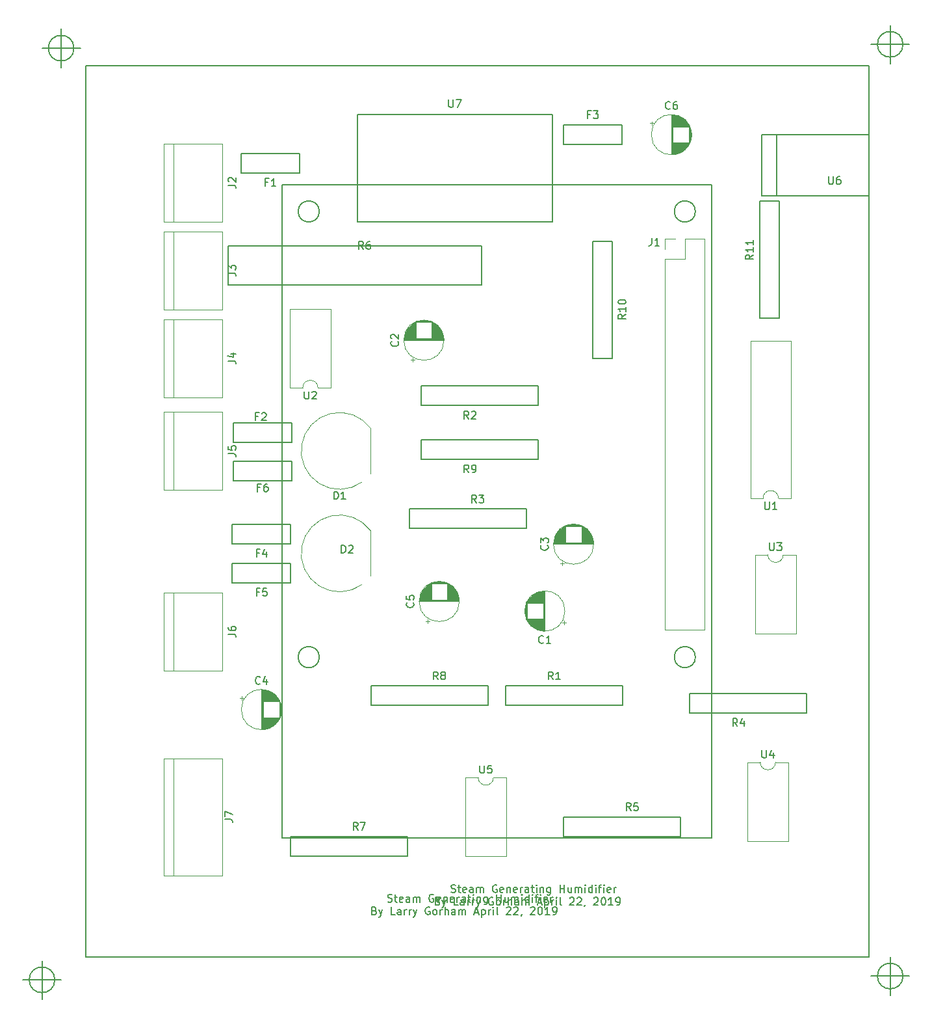
<source format=gbr>
%TF.GenerationSoftware,KiCad,Pcbnew,(5.1.0)-1*%
%TF.CreationDate,2019-04-24T14:24:48-04:00*%
%TF.ProjectId,SGschematic,53477363-6865-46d6-9174-69632e6b6963,rev?*%
%TF.SameCoordinates,Original*%
%TF.FileFunction,Legend,Top*%
%TF.FilePolarity,Positive*%
%FSLAX46Y46*%
G04 Gerber Fmt 4.6, Leading zero omitted, Abs format (unit mm)*
G04 Created by KiCad (PCBNEW (5.1.0)-1) date 2019-04-24 14:24:48*
%MOMM*%
%LPD*%
G04 APERTURE LIST*
%ADD10C,0.150000*%
%ADD11C,0.120000*%
G04 APERTURE END LIST*
D10*
X44076666Y-165160000D02*
G75*
G03X44076666Y-165160000I-1666666J0D01*
G01*
X39910000Y-165160000D02*
X44910000Y-165160000D01*
X42410000Y-162660000D02*
X42410000Y-167660000D01*
X46576666Y-43910000D02*
G75*
G03X46576666Y-43910000I-1666666J0D01*
G01*
X42410000Y-43910000D02*
X47410000Y-43910000D01*
X44910000Y-41410000D02*
X44910000Y-46410000D01*
X154576666Y-43410000D02*
G75*
G03X154576666Y-43410000I-1666666J0D01*
G01*
X150410000Y-43410000D02*
X155410000Y-43410000D01*
X152910000Y-40910000D02*
X152910000Y-45910000D01*
X154576666Y-164660000D02*
G75*
G03X154576666Y-164660000I-1666666J0D01*
G01*
X150410000Y-164660000D02*
X155410000Y-164660000D01*
X152910000Y-162160000D02*
X152910000Y-167160000D01*
X95707619Y-153739761D02*
X95850476Y-153787380D01*
X96088571Y-153787380D01*
X96183809Y-153739761D01*
X96231428Y-153692142D01*
X96279047Y-153596904D01*
X96279047Y-153501666D01*
X96231428Y-153406428D01*
X96183809Y-153358809D01*
X96088571Y-153311190D01*
X95898095Y-153263571D01*
X95802857Y-153215952D01*
X95755238Y-153168333D01*
X95707619Y-153073095D01*
X95707619Y-152977857D01*
X95755238Y-152882619D01*
X95802857Y-152835000D01*
X95898095Y-152787380D01*
X96136190Y-152787380D01*
X96279047Y-152835000D01*
X96564761Y-153120714D02*
X96945714Y-153120714D01*
X96707619Y-152787380D02*
X96707619Y-153644523D01*
X96755238Y-153739761D01*
X96850476Y-153787380D01*
X96945714Y-153787380D01*
X97660000Y-153739761D02*
X97564761Y-153787380D01*
X97374285Y-153787380D01*
X97279047Y-153739761D01*
X97231428Y-153644523D01*
X97231428Y-153263571D01*
X97279047Y-153168333D01*
X97374285Y-153120714D01*
X97564761Y-153120714D01*
X97660000Y-153168333D01*
X97707619Y-153263571D01*
X97707619Y-153358809D01*
X97231428Y-153454047D01*
X98564761Y-153787380D02*
X98564761Y-153263571D01*
X98517142Y-153168333D01*
X98421904Y-153120714D01*
X98231428Y-153120714D01*
X98136190Y-153168333D01*
X98564761Y-153739761D02*
X98469523Y-153787380D01*
X98231428Y-153787380D01*
X98136190Y-153739761D01*
X98088571Y-153644523D01*
X98088571Y-153549285D01*
X98136190Y-153454047D01*
X98231428Y-153406428D01*
X98469523Y-153406428D01*
X98564761Y-153358809D01*
X99040952Y-153787380D02*
X99040952Y-153120714D01*
X99040952Y-153215952D02*
X99088571Y-153168333D01*
X99183809Y-153120714D01*
X99326666Y-153120714D01*
X99421904Y-153168333D01*
X99469523Y-153263571D01*
X99469523Y-153787380D01*
X99469523Y-153263571D02*
X99517142Y-153168333D01*
X99612380Y-153120714D01*
X99755238Y-153120714D01*
X99850476Y-153168333D01*
X99898095Y-153263571D01*
X99898095Y-153787380D01*
X101660000Y-152835000D02*
X101564761Y-152787380D01*
X101421904Y-152787380D01*
X101279047Y-152835000D01*
X101183809Y-152930238D01*
X101136190Y-153025476D01*
X101088571Y-153215952D01*
X101088571Y-153358809D01*
X101136190Y-153549285D01*
X101183809Y-153644523D01*
X101279047Y-153739761D01*
X101421904Y-153787380D01*
X101517142Y-153787380D01*
X101660000Y-153739761D01*
X101707619Y-153692142D01*
X101707619Y-153358809D01*
X101517142Y-153358809D01*
X102517142Y-153739761D02*
X102421904Y-153787380D01*
X102231428Y-153787380D01*
X102136190Y-153739761D01*
X102088571Y-153644523D01*
X102088571Y-153263571D01*
X102136190Y-153168333D01*
X102231428Y-153120714D01*
X102421904Y-153120714D01*
X102517142Y-153168333D01*
X102564761Y-153263571D01*
X102564761Y-153358809D01*
X102088571Y-153454047D01*
X102993333Y-153120714D02*
X102993333Y-153787380D01*
X102993333Y-153215952D02*
X103040952Y-153168333D01*
X103136190Y-153120714D01*
X103279047Y-153120714D01*
X103374285Y-153168333D01*
X103421904Y-153263571D01*
X103421904Y-153787380D01*
X104279047Y-153739761D02*
X104183809Y-153787380D01*
X103993333Y-153787380D01*
X103898095Y-153739761D01*
X103850476Y-153644523D01*
X103850476Y-153263571D01*
X103898095Y-153168333D01*
X103993333Y-153120714D01*
X104183809Y-153120714D01*
X104279047Y-153168333D01*
X104326666Y-153263571D01*
X104326666Y-153358809D01*
X103850476Y-153454047D01*
X104755238Y-153787380D02*
X104755238Y-153120714D01*
X104755238Y-153311190D02*
X104802857Y-153215952D01*
X104850476Y-153168333D01*
X104945714Y-153120714D01*
X105040952Y-153120714D01*
X105802857Y-153787380D02*
X105802857Y-153263571D01*
X105755238Y-153168333D01*
X105660000Y-153120714D01*
X105469523Y-153120714D01*
X105374285Y-153168333D01*
X105802857Y-153739761D02*
X105707619Y-153787380D01*
X105469523Y-153787380D01*
X105374285Y-153739761D01*
X105326666Y-153644523D01*
X105326666Y-153549285D01*
X105374285Y-153454047D01*
X105469523Y-153406428D01*
X105707619Y-153406428D01*
X105802857Y-153358809D01*
X106136190Y-153120714D02*
X106517142Y-153120714D01*
X106279047Y-152787380D02*
X106279047Y-153644523D01*
X106326666Y-153739761D01*
X106421904Y-153787380D01*
X106517142Y-153787380D01*
X106850476Y-153787380D02*
X106850476Y-153120714D01*
X106850476Y-152787380D02*
X106802857Y-152835000D01*
X106850476Y-152882619D01*
X106898095Y-152835000D01*
X106850476Y-152787380D01*
X106850476Y-152882619D01*
X107326666Y-153120714D02*
X107326666Y-153787380D01*
X107326666Y-153215952D02*
X107374285Y-153168333D01*
X107469523Y-153120714D01*
X107612380Y-153120714D01*
X107707619Y-153168333D01*
X107755238Y-153263571D01*
X107755238Y-153787380D01*
X108660000Y-153120714D02*
X108660000Y-153930238D01*
X108612380Y-154025476D01*
X108564761Y-154073095D01*
X108469523Y-154120714D01*
X108326666Y-154120714D01*
X108231428Y-154073095D01*
X108660000Y-153739761D02*
X108564761Y-153787380D01*
X108374285Y-153787380D01*
X108279047Y-153739761D01*
X108231428Y-153692142D01*
X108183809Y-153596904D01*
X108183809Y-153311190D01*
X108231428Y-153215952D01*
X108279047Y-153168333D01*
X108374285Y-153120714D01*
X108564761Y-153120714D01*
X108660000Y-153168333D01*
X109898095Y-153787380D02*
X109898095Y-152787380D01*
X109898095Y-153263571D02*
X110469523Y-153263571D01*
X110469523Y-153787380D02*
X110469523Y-152787380D01*
X111374285Y-153120714D02*
X111374285Y-153787380D01*
X110945714Y-153120714D02*
X110945714Y-153644523D01*
X110993333Y-153739761D01*
X111088571Y-153787380D01*
X111231428Y-153787380D01*
X111326666Y-153739761D01*
X111374285Y-153692142D01*
X111850476Y-153787380D02*
X111850476Y-153120714D01*
X111850476Y-153215952D02*
X111898095Y-153168333D01*
X111993333Y-153120714D01*
X112136190Y-153120714D01*
X112231428Y-153168333D01*
X112279047Y-153263571D01*
X112279047Y-153787380D01*
X112279047Y-153263571D02*
X112326666Y-153168333D01*
X112421904Y-153120714D01*
X112564761Y-153120714D01*
X112660000Y-153168333D01*
X112707619Y-153263571D01*
X112707619Y-153787380D01*
X113183809Y-153787380D02*
X113183809Y-153120714D01*
X113183809Y-152787380D02*
X113136190Y-152835000D01*
X113183809Y-152882619D01*
X113231428Y-152835000D01*
X113183809Y-152787380D01*
X113183809Y-152882619D01*
X114088571Y-153787380D02*
X114088571Y-152787380D01*
X114088571Y-153739761D02*
X113993333Y-153787380D01*
X113802857Y-153787380D01*
X113707619Y-153739761D01*
X113660000Y-153692142D01*
X113612380Y-153596904D01*
X113612380Y-153311190D01*
X113660000Y-153215952D01*
X113707619Y-153168333D01*
X113802857Y-153120714D01*
X113993333Y-153120714D01*
X114088571Y-153168333D01*
X114564761Y-153787380D02*
X114564761Y-153120714D01*
X114564761Y-152787380D02*
X114517142Y-152835000D01*
X114564761Y-152882619D01*
X114612380Y-152835000D01*
X114564761Y-152787380D01*
X114564761Y-152882619D01*
X114898095Y-153120714D02*
X115279047Y-153120714D01*
X115040952Y-153787380D02*
X115040952Y-152930238D01*
X115088571Y-152835000D01*
X115183809Y-152787380D01*
X115279047Y-152787380D01*
X115612380Y-153787380D02*
X115612380Y-153120714D01*
X115612380Y-152787380D02*
X115564761Y-152835000D01*
X115612380Y-152882619D01*
X115660000Y-152835000D01*
X115612380Y-152787380D01*
X115612380Y-152882619D01*
X116469523Y-153739761D02*
X116374285Y-153787380D01*
X116183809Y-153787380D01*
X116088571Y-153739761D01*
X116040952Y-153644523D01*
X116040952Y-153263571D01*
X116088571Y-153168333D01*
X116183809Y-153120714D01*
X116374285Y-153120714D01*
X116469523Y-153168333D01*
X116517142Y-153263571D01*
X116517142Y-153358809D01*
X116040952Y-153454047D01*
X116945714Y-153787380D02*
X116945714Y-153120714D01*
X116945714Y-153311190D02*
X116993333Y-153215952D01*
X117040952Y-153168333D01*
X117136190Y-153120714D01*
X117231428Y-153120714D01*
X93969523Y-154913571D02*
X94112380Y-154961190D01*
X94160000Y-155008809D01*
X94207619Y-155104047D01*
X94207619Y-155246904D01*
X94160000Y-155342142D01*
X94112380Y-155389761D01*
X94017142Y-155437380D01*
X93636190Y-155437380D01*
X93636190Y-154437380D01*
X93969523Y-154437380D01*
X94064761Y-154485000D01*
X94112380Y-154532619D01*
X94160000Y-154627857D01*
X94160000Y-154723095D01*
X94112380Y-154818333D01*
X94064761Y-154865952D01*
X93969523Y-154913571D01*
X93636190Y-154913571D01*
X94540952Y-154770714D02*
X94779047Y-155437380D01*
X95017142Y-154770714D02*
X94779047Y-155437380D01*
X94683809Y-155675476D01*
X94636190Y-155723095D01*
X94540952Y-155770714D01*
X96636190Y-155437380D02*
X96160000Y-155437380D01*
X96160000Y-154437380D01*
X97398095Y-155437380D02*
X97398095Y-154913571D01*
X97350476Y-154818333D01*
X97255238Y-154770714D01*
X97064761Y-154770714D01*
X96969523Y-154818333D01*
X97398095Y-155389761D02*
X97302857Y-155437380D01*
X97064761Y-155437380D01*
X96969523Y-155389761D01*
X96921904Y-155294523D01*
X96921904Y-155199285D01*
X96969523Y-155104047D01*
X97064761Y-155056428D01*
X97302857Y-155056428D01*
X97398095Y-155008809D01*
X97874285Y-155437380D02*
X97874285Y-154770714D01*
X97874285Y-154961190D02*
X97921904Y-154865952D01*
X97969523Y-154818333D01*
X98064761Y-154770714D01*
X98160000Y-154770714D01*
X98493333Y-155437380D02*
X98493333Y-154770714D01*
X98493333Y-154961190D02*
X98540952Y-154865952D01*
X98588571Y-154818333D01*
X98683809Y-154770714D01*
X98779047Y-154770714D01*
X99017142Y-154770714D02*
X99255238Y-155437380D01*
X99493333Y-154770714D02*
X99255238Y-155437380D01*
X99160000Y-155675476D01*
X99112380Y-155723095D01*
X99017142Y-155770714D01*
X101160000Y-154485000D02*
X101064761Y-154437380D01*
X100921904Y-154437380D01*
X100779047Y-154485000D01*
X100683809Y-154580238D01*
X100636190Y-154675476D01*
X100588571Y-154865952D01*
X100588571Y-155008809D01*
X100636190Y-155199285D01*
X100683809Y-155294523D01*
X100779047Y-155389761D01*
X100921904Y-155437380D01*
X101017142Y-155437380D01*
X101160000Y-155389761D01*
X101207619Y-155342142D01*
X101207619Y-155008809D01*
X101017142Y-155008809D01*
X101779047Y-155437380D02*
X101683809Y-155389761D01*
X101636190Y-155342142D01*
X101588571Y-155246904D01*
X101588571Y-154961190D01*
X101636190Y-154865952D01*
X101683809Y-154818333D01*
X101779047Y-154770714D01*
X101921904Y-154770714D01*
X102017142Y-154818333D01*
X102064761Y-154865952D01*
X102112380Y-154961190D01*
X102112380Y-155246904D01*
X102064761Y-155342142D01*
X102017142Y-155389761D01*
X101921904Y-155437380D01*
X101779047Y-155437380D01*
X102540952Y-155437380D02*
X102540952Y-154770714D01*
X102540952Y-154961190D02*
X102588571Y-154865952D01*
X102636190Y-154818333D01*
X102731428Y-154770714D01*
X102826666Y-154770714D01*
X103160000Y-155437380D02*
X103160000Y-154437380D01*
X103588571Y-155437380D02*
X103588571Y-154913571D01*
X103540952Y-154818333D01*
X103445714Y-154770714D01*
X103302857Y-154770714D01*
X103207619Y-154818333D01*
X103160000Y-154865952D01*
X104493333Y-155437380D02*
X104493333Y-154913571D01*
X104445714Y-154818333D01*
X104350476Y-154770714D01*
X104160000Y-154770714D01*
X104064761Y-154818333D01*
X104493333Y-155389761D02*
X104398095Y-155437380D01*
X104160000Y-155437380D01*
X104064761Y-155389761D01*
X104017142Y-155294523D01*
X104017142Y-155199285D01*
X104064761Y-155104047D01*
X104160000Y-155056428D01*
X104398095Y-155056428D01*
X104493333Y-155008809D01*
X104969523Y-155437380D02*
X104969523Y-154770714D01*
X104969523Y-154865952D02*
X105017142Y-154818333D01*
X105112380Y-154770714D01*
X105255238Y-154770714D01*
X105350476Y-154818333D01*
X105398095Y-154913571D01*
X105398095Y-155437380D01*
X105398095Y-154913571D02*
X105445714Y-154818333D01*
X105540952Y-154770714D01*
X105683809Y-154770714D01*
X105779047Y-154818333D01*
X105826666Y-154913571D01*
X105826666Y-155437380D01*
X107017142Y-155151666D02*
X107493333Y-155151666D01*
X106921904Y-155437380D02*
X107255238Y-154437380D01*
X107588571Y-155437380D01*
X107921904Y-154770714D02*
X107921904Y-155770714D01*
X107921904Y-154818333D02*
X108017142Y-154770714D01*
X108207619Y-154770714D01*
X108302857Y-154818333D01*
X108350476Y-154865952D01*
X108398095Y-154961190D01*
X108398095Y-155246904D01*
X108350476Y-155342142D01*
X108302857Y-155389761D01*
X108207619Y-155437380D01*
X108017142Y-155437380D01*
X107921904Y-155389761D01*
X108826666Y-155437380D02*
X108826666Y-154770714D01*
X108826666Y-154961190D02*
X108874285Y-154865952D01*
X108921904Y-154818333D01*
X109017142Y-154770714D01*
X109112380Y-154770714D01*
X109445714Y-155437380D02*
X109445714Y-154770714D01*
X109445714Y-154437380D02*
X109398095Y-154485000D01*
X109445714Y-154532619D01*
X109493333Y-154485000D01*
X109445714Y-154437380D01*
X109445714Y-154532619D01*
X110064761Y-155437380D02*
X109969523Y-155389761D01*
X109921904Y-155294523D01*
X109921904Y-154437380D01*
X111160000Y-154532619D02*
X111207619Y-154485000D01*
X111302857Y-154437380D01*
X111540952Y-154437380D01*
X111636190Y-154485000D01*
X111683809Y-154532619D01*
X111731428Y-154627857D01*
X111731428Y-154723095D01*
X111683809Y-154865952D01*
X111112380Y-155437380D01*
X111731428Y-155437380D01*
X112112380Y-154532619D02*
X112160000Y-154485000D01*
X112255238Y-154437380D01*
X112493333Y-154437380D01*
X112588571Y-154485000D01*
X112636190Y-154532619D01*
X112683809Y-154627857D01*
X112683809Y-154723095D01*
X112636190Y-154865952D01*
X112064761Y-155437380D01*
X112683809Y-155437380D01*
X113160000Y-155389761D02*
X113160000Y-155437380D01*
X113112380Y-155532619D01*
X113064761Y-155580238D01*
X114302857Y-154532619D02*
X114350476Y-154485000D01*
X114445714Y-154437380D01*
X114683809Y-154437380D01*
X114779047Y-154485000D01*
X114826666Y-154532619D01*
X114874285Y-154627857D01*
X114874285Y-154723095D01*
X114826666Y-154865952D01*
X114255238Y-155437380D01*
X114874285Y-155437380D01*
X115493333Y-154437380D02*
X115588571Y-154437380D01*
X115683809Y-154485000D01*
X115731428Y-154532619D01*
X115779047Y-154627857D01*
X115826666Y-154818333D01*
X115826666Y-155056428D01*
X115779047Y-155246904D01*
X115731428Y-155342142D01*
X115683809Y-155389761D01*
X115588571Y-155437380D01*
X115493333Y-155437380D01*
X115398095Y-155389761D01*
X115350476Y-155342142D01*
X115302857Y-155246904D01*
X115255238Y-155056428D01*
X115255238Y-154818333D01*
X115302857Y-154627857D01*
X115350476Y-154532619D01*
X115398095Y-154485000D01*
X115493333Y-154437380D01*
X116779047Y-155437380D02*
X116207619Y-155437380D01*
X116493333Y-155437380D02*
X116493333Y-154437380D01*
X116398095Y-154580238D01*
X116302857Y-154675476D01*
X116207619Y-154723095D01*
X117255238Y-155437380D02*
X117445714Y-155437380D01*
X117540952Y-155389761D01*
X117588571Y-155342142D01*
X117683809Y-155199285D01*
X117731428Y-155008809D01*
X117731428Y-154627857D01*
X117683809Y-154532619D01*
X117636190Y-154485000D01*
X117540952Y-154437380D01*
X117350476Y-154437380D01*
X117255238Y-154485000D01*
X117207619Y-154532619D01*
X117160000Y-154627857D01*
X117160000Y-154865952D01*
X117207619Y-154961190D01*
X117255238Y-155008809D01*
X117350476Y-155056428D01*
X117540952Y-155056428D01*
X117636190Y-155008809D01*
X117683809Y-154961190D01*
X117731428Y-154865952D01*
X87457619Y-154989761D02*
X87600476Y-155037380D01*
X87838571Y-155037380D01*
X87933809Y-154989761D01*
X87981428Y-154942142D01*
X88029047Y-154846904D01*
X88029047Y-154751666D01*
X87981428Y-154656428D01*
X87933809Y-154608809D01*
X87838571Y-154561190D01*
X87648095Y-154513571D01*
X87552857Y-154465952D01*
X87505238Y-154418333D01*
X87457619Y-154323095D01*
X87457619Y-154227857D01*
X87505238Y-154132619D01*
X87552857Y-154085000D01*
X87648095Y-154037380D01*
X87886190Y-154037380D01*
X88029047Y-154085000D01*
X88314761Y-154370714D02*
X88695714Y-154370714D01*
X88457619Y-154037380D02*
X88457619Y-154894523D01*
X88505238Y-154989761D01*
X88600476Y-155037380D01*
X88695714Y-155037380D01*
X89410000Y-154989761D02*
X89314761Y-155037380D01*
X89124285Y-155037380D01*
X89029047Y-154989761D01*
X88981428Y-154894523D01*
X88981428Y-154513571D01*
X89029047Y-154418333D01*
X89124285Y-154370714D01*
X89314761Y-154370714D01*
X89410000Y-154418333D01*
X89457619Y-154513571D01*
X89457619Y-154608809D01*
X88981428Y-154704047D01*
X90314761Y-155037380D02*
X90314761Y-154513571D01*
X90267142Y-154418333D01*
X90171904Y-154370714D01*
X89981428Y-154370714D01*
X89886190Y-154418333D01*
X90314761Y-154989761D02*
X90219523Y-155037380D01*
X89981428Y-155037380D01*
X89886190Y-154989761D01*
X89838571Y-154894523D01*
X89838571Y-154799285D01*
X89886190Y-154704047D01*
X89981428Y-154656428D01*
X90219523Y-154656428D01*
X90314761Y-154608809D01*
X90790952Y-155037380D02*
X90790952Y-154370714D01*
X90790952Y-154465952D02*
X90838571Y-154418333D01*
X90933809Y-154370714D01*
X91076666Y-154370714D01*
X91171904Y-154418333D01*
X91219523Y-154513571D01*
X91219523Y-155037380D01*
X91219523Y-154513571D02*
X91267142Y-154418333D01*
X91362380Y-154370714D01*
X91505238Y-154370714D01*
X91600476Y-154418333D01*
X91648095Y-154513571D01*
X91648095Y-155037380D01*
X93410000Y-154085000D02*
X93314761Y-154037380D01*
X93171904Y-154037380D01*
X93029047Y-154085000D01*
X92933809Y-154180238D01*
X92886190Y-154275476D01*
X92838571Y-154465952D01*
X92838571Y-154608809D01*
X92886190Y-154799285D01*
X92933809Y-154894523D01*
X93029047Y-154989761D01*
X93171904Y-155037380D01*
X93267142Y-155037380D01*
X93410000Y-154989761D01*
X93457619Y-154942142D01*
X93457619Y-154608809D01*
X93267142Y-154608809D01*
X94267142Y-154989761D02*
X94171904Y-155037380D01*
X93981428Y-155037380D01*
X93886190Y-154989761D01*
X93838571Y-154894523D01*
X93838571Y-154513571D01*
X93886190Y-154418333D01*
X93981428Y-154370714D01*
X94171904Y-154370714D01*
X94267142Y-154418333D01*
X94314761Y-154513571D01*
X94314761Y-154608809D01*
X93838571Y-154704047D01*
X94743333Y-154370714D02*
X94743333Y-155037380D01*
X94743333Y-154465952D02*
X94790952Y-154418333D01*
X94886190Y-154370714D01*
X95029047Y-154370714D01*
X95124285Y-154418333D01*
X95171904Y-154513571D01*
X95171904Y-155037380D01*
X96029047Y-154989761D02*
X95933809Y-155037380D01*
X95743333Y-155037380D01*
X95648095Y-154989761D01*
X95600476Y-154894523D01*
X95600476Y-154513571D01*
X95648095Y-154418333D01*
X95743333Y-154370714D01*
X95933809Y-154370714D01*
X96029047Y-154418333D01*
X96076666Y-154513571D01*
X96076666Y-154608809D01*
X95600476Y-154704047D01*
X96505238Y-155037380D02*
X96505238Y-154370714D01*
X96505238Y-154561190D02*
X96552857Y-154465952D01*
X96600476Y-154418333D01*
X96695714Y-154370714D01*
X96790952Y-154370714D01*
X97552857Y-155037380D02*
X97552857Y-154513571D01*
X97505238Y-154418333D01*
X97410000Y-154370714D01*
X97219523Y-154370714D01*
X97124285Y-154418333D01*
X97552857Y-154989761D02*
X97457619Y-155037380D01*
X97219523Y-155037380D01*
X97124285Y-154989761D01*
X97076666Y-154894523D01*
X97076666Y-154799285D01*
X97124285Y-154704047D01*
X97219523Y-154656428D01*
X97457619Y-154656428D01*
X97552857Y-154608809D01*
X97886190Y-154370714D02*
X98267142Y-154370714D01*
X98029047Y-154037380D02*
X98029047Y-154894523D01*
X98076666Y-154989761D01*
X98171904Y-155037380D01*
X98267142Y-155037380D01*
X98600476Y-155037380D02*
X98600476Y-154370714D01*
X98600476Y-154037380D02*
X98552857Y-154085000D01*
X98600476Y-154132619D01*
X98648095Y-154085000D01*
X98600476Y-154037380D01*
X98600476Y-154132619D01*
X99076666Y-154370714D02*
X99076666Y-155037380D01*
X99076666Y-154465952D02*
X99124285Y-154418333D01*
X99219523Y-154370714D01*
X99362380Y-154370714D01*
X99457619Y-154418333D01*
X99505238Y-154513571D01*
X99505238Y-155037380D01*
X100410000Y-154370714D02*
X100410000Y-155180238D01*
X100362380Y-155275476D01*
X100314761Y-155323095D01*
X100219523Y-155370714D01*
X100076666Y-155370714D01*
X99981428Y-155323095D01*
X100410000Y-154989761D02*
X100314761Y-155037380D01*
X100124285Y-155037380D01*
X100029047Y-154989761D01*
X99981428Y-154942142D01*
X99933809Y-154846904D01*
X99933809Y-154561190D01*
X99981428Y-154465952D01*
X100029047Y-154418333D01*
X100124285Y-154370714D01*
X100314761Y-154370714D01*
X100410000Y-154418333D01*
X101648095Y-155037380D02*
X101648095Y-154037380D01*
X101648095Y-154513571D02*
X102219523Y-154513571D01*
X102219523Y-155037380D02*
X102219523Y-154037380D01*
X103124285Y-154370714D02*
X103124285Y-155037380D01*
X102695714Y-154370714D02*
X102695714Y-154894523D01*
X102743333Y-154989761D01*
X102838571Y-155037380D01*
X102981428Y-155037380D01*
X103076666Y-154989761D01*
X103124285Y-154942142D01*
X103600476Y-155037380D02*
X103600476Y-154370714D01*
X103600476Y-154465952D02*
X103648095Y-154418333D01*
X103743333Y-154370714D01*
X103886190Y-154370714D01*
X103981428Y-154418333D01*
X104029047Y-154513571D01*
X104029047Y-155037380D01*
X104029047Y-154513571D02*
X104076666Y-154418333D01*
X104171904Y-154370714D01*
X104314761Y-154370714D01*
X104410000Y-154418333D01*
X104457619Y-154513571D01*
X104457619Y-155037380D01*
X104933809Y-155037380D02*
X104933809Y-154370714D01*
X104933809Y-154037380D02*
X104886190Y-154085000D01*
X104933809Y-154132619D01*
X104981428Y-154085000D01*
X104933809Y-154037380D01*
X104933809Y-154132619D01*
X105838571Y-155037380D02*
X105838571Y-154037380D01*
X105838571Y-154989761D02*
X105743333Y-155037380D01*
X105552857Y-155037380D01*
X105457619Y-154989761D01*
X105410000Y-154942142D01*
X105362380Y-154846904D01*
X105362380Y-154561190D01*
X105410000Y-154465952D01*
X105457619Y-154418333D01*
X105552857Y-154370714D01*
X105743333Y-154370714D01*
X105838571Y-154418333D01*
X106314761Y-155037380D02*
X106314761Y-154370714D01*
X106314761Y-154037380D02*
X106267142Y-154085000D01*
X106314761Y-154132619D01*
X106362380Y-154085000D01*
X106314761Y-154037380D01*
X106314761Y-154132619D01*
X106648095Y-154370714D02*
X107029047Y-154370714D01*
X106790952Y-155037380D02*
X106790952Y-154180238D01*
X106838571Y-154085000D01*
X106933809Y-154037380D01*
X107029047Y-154037380D01*
X107362380Y-155037380D02*
X107362380Y-154370714D01*
X107362380Y-154037380D02*
X107314761Y-154085000D01*
X107362380Y-154132619D01*
X107410000Y-154085000D01*
X107362380Y-154037380D01*
X107362380Y-154132619D01*
X108219523Y-154989761D02*
X108124285Y-155037380D01*
X107933809Y-155037380D01*
X107838571Y-154989761D01*
X107790952Y-154894523D01*
X107790952Y-154513571D01*
X107838571Y-154418333D01*
X107933809Y-154370714D01*
X108124285Y-154370714D01*
X108219523Y-154418333D01*
X108267142Y-154513571D01*
X108267142Y-154608809D01*
X107790952Y-154704047D01*
X108695714Y-155037380D02*
X108695714Y-154370714D01*
X108695714Y-154561190D02*
X108743333Y-154465952D01*
X108790952Y-154418333D01*
X108886190Y-154370714D01*
X108981428Y-154370714D01*
X85719523Y-156163571D02*
X85862380Y-156211190D01*
X85910000Y-156258809D01*
X85957619Y-156354047D01*
X85957619Y-156496904D01*
X85910000Y-156592142D01*
X85862380Y-156639761D01*
X85767142Y-156687380D01*
X85386190Y-156687380D01*
X85386190Y-155687380D01*
X85719523Y-155687380D01*
X85814761Y-155735000D01*
X85862380Y-155782619D01*
X85910000Y-155877857D01*
X85910000Y-155973095D01*
X85862380Y-156068333D01*
X85814761Y-156115952D01*
X85719523Y-156163571D01*
X85386190Y-156163571D01*
X86290952Y-156020714D02*
X86529047Y-156687380D01*
X86767142Y-156020714D02*
X86529047Y-156687380D01*
X86433809Y-156925476D01*
X86386190Y-156973095D01*
X86290952Y-157020714D01*
X88386190Y-156687380D02*
X87910000Y-156687380D01*
X87910000Y-155687380D01*
X89148095Y-156687380D02*
X89148095Y-156163571D01*
X89100476Y-156068333D01*
X89005238Y-156020714D01*
X88814761Y-156020714D01*
X88719523Y-156068333D01*
X89148095Y-156639761D02*
X89052857Y-156687380D01*
X88814761Y-156687380D01*
X88719523Y-156639761D01*
X88671904Y-156544523D01*
X88671904Y-156449285D01*
X88719523Y-156354047D01*
X88814761Y-156306428D01*
X89052857Y-156306428D01*
X89148095Y-156258809D01*
X89624285Y-156687380D02*
X89624285Y-156020714D01*
X89624285Y-156211190D02*
X89671904Y-156115952D01*
X89719523Y-156068333D01*
X89814761Y-156020714D01*
X89910000Y-156020714D01*
X90243333Y-156687380D02*
X90243333Y-156020714D01*
X90243333Y-156211190D02*
X90290952Y-156115952D01*
X90338571Y-156068333D01*
X90433809Y-156020714D01*
X90529047Y-156020714D01*
X90767142Y-156020714D02*
X91005238Y-156687380D01*
X91243333Y-156020714D02*
X91005238Y-156687380D01*
X90910000Y-156925476D01*
X90862380Y-156973095D01*
X90767142Y-157020714D01*
X92910000Y-155735000D02*
X92814761Y-155687380D01*
X92671904Y-155687380D01*
X92529047Y-155735000D01*
X92433809Y-155830238D01*
X92386190Y-155925476D01*
X92338571Y-156115952D01*
X92338571Y-156258809D01*
X92386190Y-156449285D01*
X92433809Y-156544523D01*
X92529047Y-156639761D01*
X92671904Y-156687380D01*
X92767142Y-156687380D01*
X92910000Y-156639761D01*
X92957619Y-156592142D01*
X92957619Y-156258809D01*
X92767142Y-156258809D01*
X93529047Y-156687380D02*
X93433809Y-156639761D01*
X93386190Y-156592142D01*
X93338571Y-156496904D01*
X93338571Y-156211190D01*
X93386190Y-156115952D01*
X93433809Y-156068333D01*
X93529047Y-156020714D01*
X93671904Y-156020714D01*
X93767142Y-156068333D01*
X93814761Y-156115952D01*
X93862380Y-156211190D01*
X93862380Y-156496904D01*
X93814761Y-156592142D01*
X93767142Y-156639761D01*
X93671904Y-156687380D01*
X93529047Y-156687380D01*
X94290952Y-156687380D02*
X94290952Y-156020714D01*
X94290952Y-156211190D02*
X94338571Y-156115952D01*
X94386190Y-156068333D01*
X94481428Y-156020714D01*
X94576666Y-156020714D01*
X94910000Y-156687380D02*
X94910000Y-155687380D01*
X95338571Y-156687380D02*
X95338571Y-156163571D01*
X95290952Y-156068333D01*
X95195714Y-156020714D01*
X95052857Y-156020714D01*
X94957619Y-156068333D01*
X94910000Y-156115952D01*
X96243333Y-156687380D02*
X96243333Y-156163571D01*
X96195714Y-156068333D01*
X96100476Y-156020714D01*
X95910000Y-156020714D01*
X95814761Y-156068333D01*
X96243333Y-156639761D02*
X96148095Y-156687380D01*
X95910000Y-156687380D01*
X95814761Y-156639761D01*
X95767142Y-156544523D01*
X95767142Y-156449285D01*
X95814761Y-156354047D01*
X95910000Y-156306428D01*
X96148095Y-156306428D01*
X96243333Y-156258809D01*
X96719523Y-156687380D02*
X96719523Y-156020714D01*
X96719523Y-156115952D02*
X96767142Y-156068333D01*
X96862380Y-156020714D01*
X97005238Y-156020714D01*
X97100476Y-156068333D01*
X97148095Y-156163571D01*
X97148095Y-156687380D01*
X97148095Y-156163571D02*
X97195714Y-156068333D01*
X97290952Y-156020714D01*
X97433809Y-156020714D01*
X97529047Y-156068333D01*
X97576666Y-156163571D01*
X97576666Y-156687380D01*
X98767142Y-156401666D02*
X99243333Y-156401666D01*
X98671904Y-156687380D02*
X99005238Y-155687380D01*
X99338571Y-156687380D01*
X99671904Y-156020714D02*
X99671904Y-157020714D01*
X99671904Y-156068333D02*
X99767142Y-156020714D01*
X99957619Y-156020714D01*
X100052857Y-156068333D01*
X100100476Y-156115952D01*
X100148095Y-156211190D01*
X100148095Y-156496904D01*
X100100476Y-156592142D01*
X100052857Y-156639761D01*
X99957619Y-156687380D01*
X99767142Y-156687380D01*
X99671904Y-156639761D01*
X100576666Y-156687380D02*
X100576666Y-156020714D01*
X100576666Y-156211190D02*
X100624285Y-156115952D01*
X100671904Y-156068333D01*
X100767142Y-156020714D01*
X100862380Y-156020714D01*
X101195714Y-156687380D02*
X101195714Y-156020714D01*
X101195714Y-155687380D02*
X101148095Y-155735000D01*
X101195714Y-155782619D01*
X101243333Y-155735000D01*
X101195714Y-155687380D01*
X101195714Y-155782619D01*
X101814761Y-156687380D02*
X101719523Y-156639761D01*
X101671904Y-156544523D01*
X101671904Y-155687380D01*
X102910000Y-155782619D02*
X102957619Y-155735000D01*
X103052857Y-155687380D01*
X103290952Y-155687380D01*
X103386190Y-155735000D01*
X103433809Y-155782619D01*
X103481428Y-155877857D01*
X103481428Y-155973095D01*
X103433809Y-156115952D01*
X102862380Y-156687380D01*
X103481428Y-156687380D01*
X103862380Y-155782619D02*
X103910000Y-155735000D01*
X104005238Y-155687380D01*
X104243333Y-155687380D01*
X104338571Y-155735000D01*
X104386190Y-155782619D01*
X104433809Y-155877857D01*
X104433809Y-155973095D01*
X104386190Y-156115952D01*
X103814761Y-156687380D01*
X104433809Y-156687380D01*
X104910000Y-156639761D02*
X104910000Y-156687380D01*
X104862380Y-156782619D01*
X104814761Y-156830238D01*
X106052857Y-155782619D02*
X106100476Y-155735000D01*
X106195714Y-155687380D01*
X106433809Y-155687380D01*
X106529047Y-155735000D01*
X106576666Y-155782619D01*
X106624285Y-155877857D01*
X106624285Y-155973095D01*
X106576666Y-156115952D01*
X106005238Y-156687380D01*
X106624285Y-156687380D01*
X107243333Y-155687380D02*
X107338571Y-155687380D01*
X107433809Y-155735000D01*
X107481428Y-155782619D01*
X107529047Y-155877857D01*
X107576666Y-156068333D01*
X107576666Y-156306428D01*
X107529047Y-156496904D01*
X107481428Y-156592142D01*
X107433809Y-156639761D01*
X107338571Y-156687380D01*
X107243333Y-156687380D01*
X107148095Y-156639761D01*
X107100476Y-156592142D01*
X107052857Y-156496904D01*
X107005238Y-156306428D01*
X107005238Y-156068333D01*
X107052857Y-155877857D01*
X107100476Y-155782619D01*
X107148095Y-155735000D01*
X107243333Y-155687380D01*
X108529047Y-156687380D02*
X107957619Y-156687380D01*
X108243333Y-156687380D02*
X108243333Y-155687380D01*
X108148095Y-155830238D01*
X108052857Y-155925476D01*
X107957619Y-155973095D01*
X109005238Y-156687380D02*
X109195714Y-156687380D01*
X109290952Y-156639761D01*
X109338571Y-156592142D01*
X109433809Y-156449285D01*
X109481428Y-156258809D01*
X109481428Y-155877857D01*
X109433809Y-155782619D01*
X109386190Y-155735000D01*
X109290952Y-155687380D01*
X109100476Y-155687380D01*
X109005238Y-155735000D01*
X108957619Y-155782619D01*
X108910000Y-155877857D01*
X108910000Y-156115952D01*
X108957619Y-156211190D01*
X109005238Y-156258809D01*
X109100476Y-156306428D01*
X109290952Y-156306428D01*
X109386190Y-156258809D01*
X109433809Y-156211190D01*
X109481428Y-156115952D01*
X48160000Y-162160000D02*
X48160000Y-46160000D01*
X150160000Y-162160000D02*
X48160000Y-162160000D01*
X150160000Y-46160000D02*
X150160000Y-162160000D01*
X48160000Y-46160000D02*
X150160000Y-46160000D01*
D11*
X128760000Y-68700000D02*
X126160000Y-68700000D01*
X128760000Y-68700000D02*
X128760000Y-119620000D01*
X128760000Y-119620000D02*
X123560000Y-119620000D01*
X123560000Y-71300000D02*
X123560000Y-119620000D01*
X126160000Y-71300000D02*
X123560000Y-71300000D01*
X126160000Y-68700000D02*
X126160000Y-71300000D01*
X123560000Y-68700000D02*
X123560000Y-70030000D01*
X124890000Y-68700000D02*
X123560000Y-68700000D01*
D10*
X73660000Y-61660000D02*
X129660000Y-61660000D01*
X73660000Y-61660000D02*
X73660000Y-146660000D01*
X129660000Y-146660000D02*
X73660000Y-146660000D01*
X129660000Y-146660000D02*
X129660000Y-61660000D01*
X127535000Y-65160000D02*
G75*
G03X127535000Y-65160000I-1375000J0D01*
G01*
X127535000Y-123160000D02*
G75*
G03X127535000Y-123160000I-1375000J0D01*
G01*
X78535000Y-123160000D02*
G75*
G03X78535000Y-123160000I-1375000J0D01*
G01*
X78535000Y-65160000D02*
G75*
G03X78535000Y-65160000I-1375000J0D01*
G01*
D11*
X140620000Y-109830000D02*
X138970000Y-109830000D01*
X140620000Y-120110000D02*
X140620000Y-109830000D01*
X135320000Y-120110000D02*
X140620000Y-120110000D01*
X135320000Y-109830000D02*
X135320000Y-120110000D01*
X136970000Y-109830000D02*
X135320000Y-109830000D01*
X138970000Y-109830000D02*
G75*
G02X136970000Y-109830000I-1000000J0D01*
G01*
D10*
X138160000Y-63160000D02*
X138160000Y-55160000D01*
X136160000Y-63160000D02*
X136160000Y-55160000D01*
X136160000Y-55160000D02*
X150160000Y-55160000D01*
X150160000Y-55160000D02*
X150160000Y-63160000D01*
X150160000Y-63160000D02*
X136160000Y-63160000D01*
X83540000Y-66480000D02*
X83540000Y-52510000D01*
X108940000Y-66480000D02*
X83540000Y-66480000D01*
X108940000Y-52510000D02*
X108940000Y-66480000D01*
X83540000Y-52510000D02*
X108940000Y-52510000D01*
X74970000Y-97640000D02*
X74970000Y-100180000D01*
X67350000Y-97640000D02*
X74970000Y-97640000D01*
X67350000Y-100180000D02*
X67350000Y-97640000D01*
X74970000Y-100180000D02*
X67350000Y-100180000D01*
D11*
X90435000Y-84464775D02*
X90935000Y-84464775D01*
X90685000Y-84714775D02*
X90685000Y-84214775D01*
X91876000Y-79309000D02*
X92444000Y-79309000D01*
X91642000Y-79349000D02*
X92678000Y-79349000D01*
X91483000Y-79389000D02*
X92837000Y-79389000D01*
X91355000Y-79429000D02*
X92965000Y-79429000D01*
X91245000Y-79469000D02*
X93075000Y-79469000D01*
X91149000Y-79509000D02*
X93171000Y-79509000D01*
X91062000Y-79549000D02*
X93258000Y-79549000D01*
X90982000Y-79589000D02*
X93338000Y-79589000D01*
X93200000Y-79629000D02*
X93411000Y-79629000D01*
X90909000Y-79629000D02*
X91120000Y-79629000D01*
X93200000Y-79669000D02*
X93479000Y-79669000D01*
X90841000Y-79669000D02*
X91120000Y-79669000D01*
X93200000Y-79709000D02*
X93543000Y-79709000D01*
X90777000Y-79709000D02*
X91120000Y-79709000D01*
X93200000Y-79749000D02*
X93603000Y-79749000D01*
X90717000Y-79749000D02*
X91120000Y-79749000D01*
X93200000Y-79789000D02*
X93660000Y-79789000D01*
X90660000Y-79789000D02*
X91120000Y-79789000D01*
X93200000Y-79829000D02*
X93714000Y-79829000D01*
X90606000Y-79829000D02*
X91120000Y-79829000D01*
X93200000Y-79869000D02*
X93765000Y-79869000D01*
X90555000Y-79869000D02*
X91120000Y-79869000D01*
X93200000Y-79909000D02*
X93813000Y-79909000D01*
X90507000Y-79909000D02*
X91120000Y-79909000D01*
X93200000Y-79949000D02*
X93859000Y-79949000D01*
X90461000Y-79949000D02*
X91120000Y-79949000D01*
X93200000Y-79989000D02*
X93903000Y-79989000D01*
X90417000Y-79989000D02*
X91120000Y-79989000D01*
X93200000Y-80029000D02*
X93945000Y-80029000D01*
X90375000Y-80029000D02*
X91120000Y-80029000D01*
X93200000Y-80069000D02*
X93986000Y-80069000D01*
X90334000Y-80069000D02*
X91120000Y-80069000D01*
X93200000Y-80109000D02*
X94024000Y-80109000D01*
X90296000Y-80109000D02*
X91120000Y-80109000D01*
X93200000Y-80149000D02*
X94061000Y-80149000D01*
X90259000Y-80149000D02*
X91120000Y-80149000D01*
X93200000Y-80189000D02*
X94097000Y-80189000D01*
X90223000Y-80189000D02*
X91120000Y-80189000D01*
X93200000Y-80229000D02*
X94131000Y-80229000D01*
X90189000Y-80229000D02*
X91120000Y-80229000D01*
X93200000Y-80269000D02*
X94164000Y-80269000D01*
X90156000Y-80269000D02*
X91120000Y-80269000D01*
X93200000Y-80309000D02*
X94195000Y-80309000D01*
X90125000Y-80309000D02*
X91120000Y-80309000D01*
X93200000Y-80349000D02*
X94225000Y-80349000D01*
X90095000Y-80349000D02*
X91120000Y-80349000D01*
X93200000Y-80389000D02*
X94255000Y-80389000D01*
X90065000Y-80389000D02*
X91120000Y-80389000D01*
X93200000Y-80429000D02*
X94282000Y-80429000D01*
X90038000Y-80429000D02*
X91120000Y-80429000D01*
X93200000Y-80469000D02*
X94309000Y-80469000D01*
X90011000Y-80469000D02*
X91120000Y-80469000D01*
X93200000Y-80509000D02*
X94335000Y-80509000D01*
X89985000Y-80509000D02*
X91120000Y-80509000D01*
X93200000Y-80549000D02*
X94360000Y-80549000D01*
X89960000Y-80549000D02*
X91120000Y-80549000D01*
X93200000Y-80589000D02*
X94384000Y-80589000D01*
X89936000Y-80589000D02*
X91120000Y-80589000D01*
X93200000Y-80629000D02*
X94407000Y-80629000D01*
X89913000Y-80629000D02*
X91120000Y-80629000D01*
X93200000Y-80669000D02*
X94428000Y-80669000D01*
X89892000Y-80669000D02*
X91120000Y-80669000D01*
X93200000Y-80709000D02*
X94450000Y-80709000D01*
X89870000Y-80709000D02*
X91120000Y-80709000D01*
X93200000Y-80749000D02*
X94470000Y-80749000D01*
X89850000Y-80749000D02*
X91120000Y-80749000D01*
X93200000Y-80789000D02*
X94489000Y-80789000D01*
X89831000Y-80789000D02*
X91120000Y-80789000D01*
X93200000Y-80829000D02*
X94508000Y-80829000D01*
X89812000Y-80829000D02*
X91120000Y-80829000D01*
X93200000Y-80869000D02*
X94525000Y-80869000D01*
X89795000Y-80869000D02*
X91120000Y-80869000D01*
X93200000Y-80909000D02*
X94542000Y-80909000D01*
X89778000Y-80909000D02*
X91120000Y-80909000D01*
X93200000Y-80949000D02*
X94558000Y-80949000D01*
X89762000Y-80949000D02*
X91120000Y-80949000D01*
X93200000Y-80989000D02*
X94574000Y-80989000D01*
X89746000Y-80989000D02*
X91120000Y-80989000D01*
X93200000Y-81029000D02*
X94588000Y-81029000D01*
X89732000Y-81029000D02*
X91120000Y-81029000D01*
X93200000Y-81069000D02*
X94602000Y-81069000D01*
X89718000Y-81069000D02*
X91120000Y-81069000D01*
X93200000Y-81109000D02*
X94615000Y-81109000D01*
X89705000Y-81109000D02*
X91120000Y-81109000D01*
X93200000Y-81149000D02*
X94628000Y-81149000D01*
X89692000Y-81149000D02*
X91120000Y-81149000D01*
X93200000Y-81189000D02*
X94640000Y-81189000D01*
X89680000Y-81189000D02*
X91120000Y-81189000D01*
X93200000Y-81230000D02*
X94651000Y-81230000D01*
X89669000Y-81230000D02*
X91120000Y-81230000D01*
X93200000Y-81270000D02*
X94661000Y-81270000D01*
X89659000Y-81270000D02*
X91120000Y-81270000D01*
X93200000Y-81310000D02*
X94671000Y-81310000D01*
X89649000Y-81310000D02*
X91120000Y-81310000D01*
X93200000Y-81350000D02*
X94680000Y-81350000D01*
X89640000Y-81350000D02*
X91120000Y-81350000D01*
X93200000Y-81390000D02*
X94688000Y-81390000D01*
X89632000Y-81390000D02*
X91120000Y-81390000D01*
X93200000Y-81430000D02*
X94696000Y-81430000D01*
X89624000Y-81430000D02*
X91120000Y-81430000D01*
X93200000Y-81470000D02*
X94703000Y-81470000D01*
X89617000Y-81470000D02*
X91120000Y-81470000D01*
X93200000Y-81510000D02*
X94710000Y-81510000D01*
X89610000Y-81510000D02*
X91120000Y-81510000D01*
X93200000Y-81550000D02*
X94716000Y-81550000D01*
X89604000Y-81550000D02*
X91120000Y-81550000D01*
X93200000Y-81590000D02*
X94721000Y-81590000D01*
X89599000Y-81590000D02*
X91120000Y-81590000D01*
X93200000Y-81630000D02*
X94725000Y-81630000D01*
X89595000Y-81630000D02*
X91120000Y-81630000D01*
X93200000Y-81670000D02*
X94729000Y-81670000D01*
X89591000Y-81670000D02*
X91120000Y-81670000D01*
X89587000Y-81710000D02*
X94733000Y-81710000D01*
X89584000Y-81750000D02*
X94736000Y-81750000D01*
X89582000Y-81790000D02*
X94738000Y-81790000D01*
X89581000Y-81830000D02*
X94739000Y-81830000D01*
X89580000Y-81870000D02*
X94740000Y-81870000D01*
X89580000Y-81910000D02*
X94740000Y-81910000D01*
X94780000Y-81910000D02*
G75*
G03X94780000Y-81910000I-2620000J0D01*
G01*
X74720000Y-88130000D02*
X76370000Y-88130000D01*
X74720000Y-77850000D02*
X74720000Y-88130000D01*
X80020000Y-77850000D02*
X74720000Y-77850000D01*
X80020000Y-88130000D02*
X80020000Y-77850000D01*
X78370000Y-88130000D02*
X80020000Y-88130000D01*
X76370000Y-88130000D02*
G75*
G02X78370000Y-88130000I1000000J0D01*
G01*
X139620000Y-136830000D02*
X137970000Y-136830000D01*
X139620000Y-147110000D02*
X139620000Y-136830000D01*
X134320000Y-147110000D02*
X139620000Y-147110000D01*
X134320000Y-136830000D02*
X134320000Y-147110000D01*
X135970000Y-136830000D02*
X134320000Y-136830000D01*
X137970000Y-136830000D02*
G75*
G02X135970000Y-136830000I-1000000J0D01*
G01*
X92435000Y-118464775D02*
X92935000Y-118464775D01*
X92685000Y-118714775D02*
X92685000Y-118214775D01*
X93876000Y-113309000D02*
X94444000Y-113309000D01*
X93642000Y-113349000D02*
X94678000Y-113349000D01*
X93483000Y-113389000D02*
X94837000Y-113389000D01*
X93355000Y-113429000D02*
X94965000Y-113429000D01*
X93245000Y-113469000D02*
X95075000Y-113469000D01*
X93149000Y-113509000D02*
X95171000Y-113509000D01*
X93062000Y-113549000D02*
X95258000Y-113549000D01*
X92982000Y-113589000D02*
X95338000Y-113589000D01*
X95200000Y-113629000D02*
X95411000Y-113629000D01*
X92909000Y-113629000D02*
X93120000Y-113629000D01*
X95200000Y-113669000D02*
X95479000Y-113669000D01*
X92841000Y-113669000D02*
X93120000Y-113669000D01*
X95200000Y-113709000D02*
X95543000Y-113709000D01*
X92777000Y-113709000D02*
X93120000Y-113709000D01*
X95200000Y-113749000D02*
X95603000Y-113749000D01*
X92717000Y-113749000D02*
X93120000Y-113749000D01*
X95200000Y-113789000D02*
X95660000Y-113789000D01*
X92660000Y-113789000D02*
X93120000Y-113789000D01*
X95200000Y-113829000D02*
X95714000Y-113829000D01*
X92606000Y-113829000D02*
X93120000Y-113829000D01*
X95200000Y-113869000D02*
X95765000Y-113869000D01*
X92555000Y-113869000D02*
X93120000Y-113869000D01*
X95200000Y-113909000D02*
X95813000Y-113909000D01*
X92507000Y-113909000D02*
X93120000Y-113909000D01*
X95200000Y-113949000D02*
X95859000Y-113949000D01*
X92461000Y-113949000D02*
X93120000Y-113949000D01*
X95200000Y-113989000D02*
X95903000Y-113989000D01*
X92417000Y-113989000D02*
X93120000Y-113989000D01*
X95200000Y-114029000D02*
X95945000Y-114029000D01*
X92375000Y-114029000D02*
X93120000Y-114029000D01*
X95200000Y-114069000D02*
X95986000Y-114069000D01*
X92334000Y-114069000D02*
X93120000Y-114069000D01*
X95200000Y-114109000D02*
X96024000Y-114109000D01*
X92296000Y-114109000D02*
X93120000Y-114109000D01*
X95200000Y-114149000D02*
X96061000Y-114149000D01*
X92259000Y-114149000D02*
X93120000Y-114149000D01*
X95200000Y-114189000D02*
X96097000Y-114189000D01*
X92223000Y-114189000D02*
X93120000Y-114189000D01*
X95200000Y-114229000D02*
X96131000Y-114229000D01*
X92189000Y-114229000D02*
X93120000Y-114229000D01*
X95200000Y-114269000D02*
X96164000Y-114269000D01*
X92156000Y-114269000D02*
X93120000Y-114269000D01*
X95200000Y-114309000D02*
X96195000Y-114309000D01*
X92125000Y-114309000D02*
X93120000Y-114309000D01*
X95200000Y-114349000D02*
X96225000Y-114349000D01*
X92095000Y-114349000D02*
X93120000Y-114349000D01*
X95200000Y-114389000D02*
X96255000Y-114389000D01*
X92065000Y-114389000D02*
X93120000Y-114389000D01*
X95200000Y-114429000D02*
X96282000Y-114429000D01*
X92038000Y-114429000D02*
X93120000Y-114429000D01*
X95200000Y-114469000D02*
X96309000Y-114469000D01*
X92011000Y-114469000D02*
X93120000Y-114469000D01*
X95200000Y-114509000D02*
X96335000Y-114509000D01*
X91985000Y-114509000D02*
X93120000Y-114509000D01*
X95200000Y-114549000D02*
X96360000Y-114549000D01*
X91960000Y-114549000D02*
X93120000Y-114549000D01*
X95200000Y-114589000D02*
X96384000Y-114589000D01*
X91936000Y-114589000D02*
X93120000Y-114589000D01*
X95200000Y-114629000D02*
X96407000Y-114629000D01*
X91913000Y-114629000D02*
X93120000Y-114629000D01*
X95200000Y-114669000D02*
X96428000Y-114669000D01*
X91892000Y-114669000D02*
X93120000Y-114669000D01*
X95200000Y-114709000D02*
X96450000Y-114709000D01*
X91870000Y-114709000D02*
X93120000Y-114709000D01*
X95200000Y-114749000D02*
X96470000Y-114749000D01*
X91850000Y-114749000D02*
X93120000Y-114749000D01*
X95200000Y-114789000D02*
X96489000Y-114789000D01*
X91831000Y-114789000D02*
X93120000Y-114789000D01*
X95200000Y-114829000D02*
X96508000Y-114829000D01*
X91812000Y-114829000D02*
X93120000Y-114829000D01*
X95200000Y-114869000D02*
X96525000Y-114869000D01*
X91795000Y-114869000D02*
X93120000Y-114869000D01*
X95200000Y-114909000D02*
X96542000Y-114909000D01*
X91778000Y-114909000D02*
X93120000Y-114909000D01*
X95200000Y-114949000D02*
X96558000Y-114949000D01*
X91762000Y-114949000D02*
X93120000Y-114949000D01*
X95200000Y-114989000D02*
X96574000Y-114989000D01*
X91746000Y-114989000D02*
X93120000Y-114989000D01*
X95200000Y-115029000D02*
X96588000Y-115029000D01*
X91732000Y-115029000D02*
X93120000Y-115029000D01*
X95200000Y-115069000D02*
X96602000Y-115069000D01*
X91718000Y-115069000D02*
X93120000Y-115069000D01*
X95200000Y-115109000D02*
X96615000Y-115109000D01*
X91705000Y-115109000D02*
X93120000Y-115109000D01*
X95200000Y-115149000D02*
X96628000Y-115149000D01*
X91692000Y-115149000D02*
X93120000Y-115149000D01*
X95200000Y-115189000D02*
X96640000Y-115189000D01*
X91680000Y-115189000D02*
X93120000Y-115189000D01*
X95200000Y-115230000D02*
X96651000Y-115230000D01*
X91669000Y-115230000D02*
X93120000Y-115230000D01*
X95200000Y-115270000D02*
X96661000Y-115270000D01*
X91659000Y-115270000D02*
X93120000Y-115270000D01*
X95200000Y-115310000D02*
X96671000Y-115310000D01*
X91649000Y-115310000D02*
X93120000Y-115310000D01*
X95200000Y-115350000D02*
X96680000Y-115350000D01*
X91640000Y-115350000D02*
X93120000Y-115350000D01*
X95200000Y-115390000D02*
X96688000Y-115390000D01*
X91632000Y-115390000D02*
X93120000Y-115390000D01*
X95200000Y-115430000D02*
X96696000Y-115430000D01*
X91624000Y-115430000D02*
X93120000Y-115430000D01*
X95200000Y-115470000D02*
X96703000Y-115470000D01*
X91617000Y-115470000D02*
X93120000Y-115470000D01*
X95200000Y-115510000D02*
X96710000Y-115510000D01*
X91610000Y-115510000D02*
X93120000Y-115510000D01*
X95200000Y-115550000D02*
X96716000Y-115550000D01*
X91604000Y-115550000D02*
X93120000Y-115550000D01*
X95200000Y-115590000D02*
X96721000Y-115590000D01*
X91599000Y-115590000D02*
X93120000Y-115590000D01*
X95200000Y-115630000D02*
X96725000Y-115630000D01*
X91595000Y-115630000D02*
X93120000Y-115630000D01*
X95200000Y-115670000D02*
X96729000Y-115670000D01*
X91591000Y-115670000D02*
X93120000Y-115670000D01*
X91587000Y-115710000D02*
X96733000Y-115710000D01*
X91584000Y-115750000D02*
X96736000Y-115750000D01*
X91582000Y-115790000D02*
X96738000Y-115790000D01*
X91581000Y-115830000D02*
X96739000Y-115830000D01*
X91580000Y-115870000D02*
X96740000Y-115870000D01*
X91580000Y-115910000D02*
X96740000Y-115910000D01*
X96780000Y-115910000D02*
G75*
G03X96780000Y-115910000I-2620000J0D01*
G01*
X68445225Y-128255000D02*
X68445225Y-128755000D01*
X68195225Y-128505000D02*
X68695225Y-128505000D01*
X73601000Y-129696000D02*
X73601000Y-130264000D01*
X73561000Y-129462000D02*
X73561000Y-130498000D01*
X73521000Y-129303000D02*
X73521000Y-130657000D01*
X73481000Y-129175000D02*
X73481000Y-130785000D01*
X73441000Y-129065000D02*
X73441000Y-130895000D01*
X73401000Y-128969000D02*
X73401000Y-130991000D01*
X73361000Y-128882000D02*
X73361000Y-131078000D01*
X73321000Y-128802000D02*
X73321000Y-131158000D01*
X73281000Y-131020000D02*
X73281000Y-131231000D01*
X73281000Y-128729000D02*
X73281000Y-128940000D01*
X73241000Y-131020000D02*
X73241000Y-131299000D01*
X73241000Y-128661000D02*
X73241000Y-128940000D01*
X73201000Y-131020000D02*
X73201000Y-131363000D01*
X73201000Y-128597000D02*
X73201000Y-128940000D01*
X73161000Y-131020000D02*
X73161000Y-131423000D01*
X73161000Y-128537000D02*
X73161000Y-128940000D01*
X73121000Y-131020000D02*
X73121000Y-131480000D01*
X73121000Y-128480000D02*
X73121000Y-128940000D01*
X73081000Y-131020000D02*
X73081000Y-131534000D01*
X73081000Y-128426000D02*
X73081000Y-128940000D01*
X73041000Y-131020000D02*
X73041000Y-131585000D01*
X73041000Y-128375000D02*
X73041000Y-128940000D01*
X73001000Y-131020000D02*
X73001000Y-131633000D01*
X73001000Y-128327000D02*
X73001000Y-128940000D01*
X72961000Y-131020000D02*
X72961000Y-131679000D01*
X72961000Y-128281000D02*
X72961000Y-128940000D01*
X72921000Y-131020000D02*
X72921000Y-131723000D01*
X72921000Y-128237000D02*
X72921000Y-128940000D01*
X72881000Y-131020000D02*
X72881000Y-131765000D01*
X72881000Y-128195000D02*
X72881000Y-128940000D01*
X72841000Y-131020000D02*
X72841000Y-131806000D01*
X72841000Y-128154000D02*
X72841000Y-128940000D01*
X72801000Y-131020000D02*
X72801000Y-131844000D01*
X72801000Y-128116000D02*
X72801000Y-128940000D01*
X72761000Y-131020000D02*
X72761000Y-131881000D01*
X72761000Y-128079000D02*
X72761000Y-128940000D01*
X72721000Y-131020000D02*
X72721000Y-131917000D01*
X72721000Y-128043000D02*
X72721000Y-128940000D01*
X72681000Y-131020000D02*
X72681000Y-131951000D01*
X72681000Y-128009000D02*
X72681000Y-128940000D01*
X72641000Y-131020000D02*
X72641000Y-131984000D01*
X72641000Y-127976000D02*
X72641000Y-128940000D01*
X72601000Y-131020000D02*
X72601000Y-132015000D01*
X72601000Y-127945000D02*
X72601000Y-128940000D01*
X72561000Y-131020000D02*
X72561000Y-132045000D01*
X72561000Y-127915000D02*
X72561000Y-128940000D01*
X72521000Y-131020000D02*
X72521000Y-132075000D01*
X72521000Y-127885000D02*
X72521000Y-128940000D01*
X72481000Y-131020000D02*
X72481000Y-132102000D01*
X72481000Y-127858000D02*
X72481000Y-128940000D01*
X72441000Y-131020000D02*
X72441000Y-132129000D01*
X72441000Y-127831000D02*
X72441000Y-128940000D01*
X72401000Y-131020000D02*
X72401000Y-132155000D01*
X72401000Y-127805000D02*
X72401000Y-128940000D01*
X72361000Y-131020000D02*
X72361000Y-132180000D01*
X72361000Y-127780000D02*
X72361000Y-128940000D01*
X72321000Y-131020000D02*
X72321000Y-132204000D01*
X72321000Y-127756000D02*
X72321000Y-128940000D01*
X72281000Y-131020000D02*
X72281000Y-132227000D01*
X72281000Y-127733000D02*
X72281000Y-128940000D01*
X72241000Y-131020000D02*
X72241000Y-132248000D01*
X72241000Y-127712000D02*
X72241000Y-128940000D01*
X72201000Y-131020000D02*
X72201000Y-132270000D01*
X72201000Y-127690000D02*
X72201000Y-128940000D01*
X72161000Y-131020000D02*
X72161000Y-132290000D01*
X72161000Y-127670000D02*
X72161000Y-128940000D01*
X72121000Y-131020000D02*
X72121000Y-132309000D01*
X72121000Y-127651000D02*
X72121000Y-128940000D01*
X72081000Y-131020000D02*
X72081000Y-132328000D01*
X72081000Y-127632000D02*
X72081000Y-128940000D01*
X72041000Y-131020000D02*
X72041000Y-132345000D01*
X72041000Y-127615000D02*
X72041000Y-128940000D01*
X72001000Y-131020000D02*
X72001000Y-132362000D01*
X72001000Y-127598000D02*
X72001000Y-128940000D01*
X71961000Y-131020000D02*
X71961000Y-132378000D01*
X71961000Y-127582000D02*
X71961000Y-128940000D01*
X71921000Y-131020000D02*
X71921000Y-132394000D01*
X71921000Y-127566000D02*
X71921000Y-128940000D01*
X71881000Y-131020000D02*
X71881000Y-132408000D01*
X71881000Y-127552000D02*
X71881000Y-128940000D01*
X71841000Y-131020000D02*
X71841000Y-132422000D01*
X71841000Y-127538000D02*
X71841000Y-128940000D01*
X71801000Y-131020000D02*
X71801000Y-132435000D01*
X71801000Y-127525000D02*
X71801000Y-128940000D01*
X71761000Y-131020000D02*
X71761000Y-132448000D01*
X71761000Y-127512000D02*
X71761000Y-128940000D01*
X71721000Y-131020000D02*
X71721000Y-132460000D01*
X71721000Y-127500000D02*
X71721000Y-128940000D01*
X71680000Y-131020000D02*
X71680000Y-132471000D01*
X71680000Y-127489000D02*
X71680000Y-128940000D01*
X71640000Y-131020000D02*
X71640000Y-132481000D01*
X71640000Y-127479000D02*
X71640000Y-128940000D01*
X71600000Y-131020000D02*
X71600000Y-132491000D01*
X71600000Y-127469000D02*
X71600000Y-128940000D01*
X71560000Y-131020000D02*
X71560000Y-132500000D01*
X71560000Y-127460000D02*
X71560000Y-128940000D01*
X71520000Y-131020000D02*
X71520000Y-132508000D01*
X71520000Y-127452000D02*
X71520000Y-128940000D01*
X71480000Y-131020000D02*
X71480000Y-132516000D01*
X71480000Y-127444000D02*
X71480000Y-128940000D01*
X71440000Y-131020000D02*
X71440000Y-132523000D01*
X71440000Y-127437000D02*
X71440000Y-128940000D01*
X71400000Y-131020000D02*
X71400000Y-132530000D01*
X71400000Y-127430000D02*
X71400000Y-128940000D01*
X71360000Y-131020000D02*
X71360000Y-132536000D01*
X71360000Y-127424000D02*
X71360000Y-128940000D01*
X71320000Y-131020000D02*
X71320000Y-132541000D01*
X71320000Y-127419000D02*
X71320000Y-128940000D01*
X71280000Y-131020000D02*
X71280000Y-132545000D01*
X71280000Y-127415000D02*
X71280000Y-128940000D01*
X71240000Y-131020000D02*
X71240000Y-132549000D01*
X71240000Y-127411000D02*
X71240000Y-128940000D01*
X71200000Y-127407000D02*
X71200000Y-132553000D01*
X71160000Y-127404000D02*
X71160000Y-132556000D01*
X71120000Y-127402000D02*
X71120000Y-132558000D01*
X71080000Y-127401000D02*
X71080000Y-132559000D01*
X71040000Y-127400000D02*
X71040000Y-132560000D01*
X71000000Y-127400000D02*
X71000000Y-132560000D01*
X73620000Y-129980000D02*
G75*
G03X73620000Y-129980000I-2620000J0D01*
G01*
X109935000Y-111004775D02*
X110435000Y-111004775D01*
X110185000Y-111254775D02*
X110185000Y-110754775D01*
X111376000Y-105849000D02*
X111944000Y-105849000D01*
X111142000Y-105889000D02*
X112178000Y-105889000D01*
X110983000Y-105929000D02*
X112337000Y-105929000D01*
X110855000Y-105969000D02*
X112465000Y-105969000D01*
X110745000Y-106009000D02*
X112575000Y-106009000D01*
X110649000Y-106049000D02*
X112671000Y-106049000D01*
X110562000Y-106089000D02*
X112758000Y-106089000D01*
X110482000Y-106129000D02*
X112838000Y-106129000D01*
X112700000Y-106169000D02*
X112911000Y-106169000D01*
X110409000Y-106169000D02*
X110620000Y-106169000D01*
X112700000Y-106209000D02*
X112979000Y-106209000D01*
X110341000Y-106209000D02*
X110620000Y-106209000D01*
X112700000Y-106249000D02*
X113043000Y-106249000D01*
X110277000Y-106249000D02*
X110620000Y-106249000D01*
X112700000Y-106289000D02*
X113103000Y-106289000D01*
X110217000Y-106289000D02*
X110620000Y-106289000D01*
X112700000Y-106329000D02*
X113160000Y-106329000D01*
X110160000Y-106329000D02*
X110620000Y-106329000D01*
X112700000Y-106369000D02*
X113214000Y-106369000D01*
X110106000Y-106369000D02*
X110620000Y-106369000D01*
X112700000Y-106409000D02*
X113265000Y-106409000D01*
X110055000Y-106409000D02*
X110620000Y-106409000D01*
X112700000Y-106449000D02*
X113313000Y-106449000D01*
X110007000Y-106449000D02*
X110620000Y-106449000D01*
X112700000Y-106489000D02*
X113359000Y-106489000D01*
X109961000Y-106489000D02*
X110620000Y-106489000D01*
X112700000Y-106529000D02*
X113403000Y-106529000D01*
X109917000Y-106529000D02*
X110620000Y-106529000D01*
X112700000Y-106569000D02*
X113445000Y-106569000D01*
X109875000Y-106569000D02*
X110620000Y-106569000D01*
X112700000Y-106609000D02*
X113486000Y-106609000D01*
X109834000Y-106609000D02*
X110620000Y-106609000D01*
X112700000Y-106649000D02*
X113524000Y-106649000D01*
X109796000Y-106649000D02*
X110620000Y-106649000D01*
X112700000Y-106689000D02*
X113561000Y-106689000D01*
X109759000Y-106689000D02*
X110620000Y-106689000D01*
X112700000Y-106729000D02*
X113597000Y-106729000D01*
X109723000Y-106729000D02*
X110620000Y-106729000D01*
X112700000Y-106769000D02*
X113631000Y-106769000D01*
X109689000Y-106769000D02*
X110620000Y-106769000D01*
X112700000Y-106809000D02*
X113664000Y-106809000D01*
X109656000Y-106809000D02*
X110620000Y-106809000D01*
X112700000Y-106849000D02*
X113695000Y-106849000D01*
X109625000Y-106849000D02*
X110620000Y-106849000D01*
X112700000Y-106889000D02*
X113725000Y-106889000D01*
X109595000Y-106889000D02*
X110620000Y-106889000D01*
X112700000Y-106929000D02*
X113755000Y-106929000D01*
X109565000Y-106929000D02*
X110620000Y-106929000D01*
X112700000Y-106969000D02*
X113782000Y-106969000D01*
X109538000Y-106969000D02*
X110620000Y-106969000D01*
X112700000Y-107009000D02*
X113809000Y-107009000D01*
X109511000Y-107009000D02*
X110620000Y-107009000D01*
X112700000Y-107049000D02*
X113835000Y-107049000D01*
X109485000Y-107049000D02*
X110620000Y-107049000D01*
X112700000Y-107089000D02*
X113860000Y-107089000D01*
X109460000Y-107089000D02*
X110620000Y-107089000D01*
X112700000Y-107129000D02*
X113884000Y-107129000D01*
X109436000Y-107129000D02*
X110620000Y-107129000D01*
X112700000Y-107169000D02*
X113907000Y-107169000D01*
X109413000Y-107169000D02*
X110620000Y-107169000D01*
X112700000Y-107209000D02*
X113928000Y-107209000D01*
X109392000Y-107209000D02*
X110620000Y-107209000D01*
X112700000Y-107249000D02*
X113950000Y-107249000D01*
X109370000Y-107249000D02*
X110620000Y-107249000D01*
X112700000Y-107289000D02*
X113970000Y-107289000D01*
X109350000Y-107289000D02*
X110620000Y-107289000D01*
X112700000Y-107329000D02*
X113989000Y-107329000D01*
X109331000Y-107329000D02*
X110620000Y-107329000D01*
X112700000Y-107369000D02*
X114008000Y-107369000D01*
X109312000Y-107369000D02*
X110620000Y-107369000D01*
X112700000Y-107409000D02*
X114025000Y-107409000D01*
X109295000Y-107409000D02*
X110620000Y-107409000D01*
X112700000Y-107449000D02*
X114042000Y-107449000D01*
X109278000Y-107449000D02*
X110620000Y-107449000D01*
X112700000Y-107489000D02*
X114058000Y-107489000D01*
X109262000Y-107489000D02*
X110620000Y-107489000D01*
X112700000Y-107529000D02*
X114074000Y-107529000D01*
X109246000Y-107529000D02*
X110620000Y-107529000D01*
X112700000Y-107569000D02*
X114088000Y-107569000D01*
X109232000Y-107569000D02*
X110620000Y-107569000D01*
X112700000Y-107609000D02*
X114102000Y-107609000D01*
X109218000Y-107609000D02*
X110620000Y-107609000D01*
X112700000Y-107649000D02*
X114115000Y-107649000D01*
X109205000Y-107649000D02*
X110620000Y-107649000D01*
X112700000Y-107689000D02*
X114128000Y-107689000D01*
X109192000Y-107689000D02*
X110620000Y-107689000D01*
X112700000Y-107729000D02*
X114140000Y-107729000D01*
X109180000Y-107729000D02*
X110620000Y-107729000D01*
X112700000Y-107770000D02*
X114151000Y-107770000D01*
X109169000Y-107770000D02*
X110620000Y-107770000D01*
X112700000Y-107810000D02*
X114161000Y-107810000D01*
X109159000Y-107810000D02*
X110620000Y-107810000D01*
X112700000Y-107850000D02*
X114171000Y-107850000D01*
X109149000Y-107850000D02*
X110620000Y-107850000D01*
X112700000Y-107890000D02*
X114180000Y-107890000D01*
X109140000Y-107890000D02*
X110620000Y-107890000D01*
X112700000Y-107930000D02*
X114188000Y-107930000D01*
X109132000Y-107930000D02*
X110620000Y-107930000D01*
X112700000Y-107970000D02*
X114196000Y-107970000D01*
X109124000Y-107970000D02*
X110620000Y-107970000D01*
X112700000Y-108010000D02*
X114203000Y-108010000D01*
X109117000Y-108010000D02*
X110620000Y-108010000D01*
X112700000Y-108050000D02*
X114210000Y-108050000D01*
X109110000Y-108050000D02*
X110620000Y-108050000D01*
X112700000Y-108090000D02*
X114216000Y-108090000D01*
X109104000Y-108090000D02*
X110620000Y-108090000D01*
X112700000Y-108130000D02*
X114221000Y-108130000D01*
X109099000Y-108130000D02*
X110620000Y-108130000D01*
X112700000Y-108170000D02*
X114225000Y-108170000D01*
X109095000Y-108170000D02*
X110620000Y-108170000D01*
X112700000Y-108210000D02*
X114229000Y-108210000D01*
X109091000Y-108210000D02*
X110620000Y-108210000D01*
X109087000Y-108250000D02*
X114233000Y-108250000D01*
X109084000Y-108290000D02*
X114236000Y-108290000D01*
X109082000Y-108330000D02*
X114238000Y-108330000D01*
X109081000Y-108370000D02*
X114239000Y-108370000D01*
X109080000Y-108410000D02*
X114240000Y-108410000D01*
X109080000Y-108450000D02*
X114240000Y-108450000D01*
X114280000Y-108450000D02*
G75*
G03X114280000Y-108450000I-2620000J0D01*
G01*
X110464775Y-118885000D02*
X110464775Y-118385000D01*
X110714775Y-118635000D02*
X110214775Y-118635000D01*
X105309000Y-117444000D02*
X105309000Y-116876000D01*
X105349000Y-117678000D02*
X105349000Y-116642000D01*
X105389000Y-117837000D02*
X105389000Y-116483000D01*
X105429000Y-117965000D02*
X105429000Y-116355000D01*
X105469000Y-118075000D02*
X105469000Y-116245000D01*
X105509000Y-118171000D02*
X105509000Y-116149000D01*
X105549000Y-118258000D02*
X105549000Y-116062000D01*
X105589000Y-118338000D02*
X105589000Y-115982000D01*
X105629000Y-116120000D02*
X105629000Y-115909000D01*
X105629000Y-118411000D02*
X105629000Y-118200000D01*
X105669000Y-116120000D02*
X105669000Y-115841000D01*
X105669000Y-118479000D02*
X105669000Y-118200000D01*
X105709000Y-116120000D02*
X105709000Y-115777000D01*
X105709000Y-118543000D02*
X105709000Y-118200000D01*
X105749000Y-116120000D02*
X105749000Y-115717000D01*
X105749000Y-118603000D02*
X105749000Y-118200000D01*
X105789000Y-116120000D02*
X105789000Y-115660000D01*
X105789000Y-118660000D02*
X105789000Y-118200000D01*
X105829000Y-116120000D02*
X105829000Y-115606000D01*
X105829000Y-118714000D02*
X105829000Y-118200000D01*
X105869000Y-116120000D02*
X105869000Y-115555000D01*
X105869000Y-118765000D02*
X105869000Y-118200000D01*
X105909000Y-116120000D02*
X105909000Y-115507000D01*
X105909000Y-118813000D02*
X105909000Y-118200000D01*
X105949000Y-116120000D02*
X105949000Y-115461000D01*
X105949000Y-118859000D02*
X105949000Y-118200000D01*
X105989000Y-116120000D02*
X105989000Y-115417000D01*
X105989000Y-118903000D02*
X105989000Y-118200000D01*
X106029000Y-116120000D02*
X106029000Y-115375000D01*
X106029000Y-118945000D02*
X106029000Y-118200000D01*
X106069000Y-116120000D02*
X106069000Y-115334000D01*
X106069000Y-118986000D02*
X106069000Y-118200000D01*
X106109000Y-116120000D02*
X106109000Y-115296000D01*
X106109000Y-119024000D02*
X106109000Y-118200000D01*
X106149000Y-116120000D02*
X106149000Y-115259000D01*
X106149000Y-119061000D02*
X106149000Y-118200000D01*
X106189000Y-116120000D02*
X106189000Y-115223000D01*
X106189000Y-119097000D02*
X106189000Y-118200000D01*
X106229000Y-116120000D02*
X106229000Y-115189000D01*
X106229000Y-119131000D02*
X106229000Y-118200000D01*
X106269000Y-116120000D02*
X106269000Y-115156000D01*
X106269000Y-119164000D02*
X106269000Y-118200000D01*
X106309000Y-116120000D02*
X106309000Y-115125000D01*
X106309000Y-119195000D02*
X106309000Y-118200000D01*
X106349000Y-116120000D02*
X106349000Y-115095000D01*
X106349000Y-119225000D02*
X106349000Y-118200000D01*
X106389000Y-116120000D02*
X106389000Y-115065000D01*
X106389000Y-119255000D02*
X106389000Y-118200000D01*
X106429000Y-116120000D02*
X106429000Y-115038000D01*
X106429000Y-119282000D02*
X106429000Y-118200000D01*
X106469000Y-116120000D02*
X106469000Y-115011000D01*
X106469000Y-119309000D02*
X106469000Y-118200000D01*
X106509000Y-116120000D02*
X106509000Y-114985000D01*
X106509000Y-119335000D02*
X106509000Y-118200000D01*
X106549000Y-116120000D02*
X106549000Y-114960000D01*
X106549000Y-119360000D02*
X106549000Y-118200000D01*
X106589000Y-116120000D02*
X106589000Y-114936000D01*
X106589000Y-119384000D02*
X106589000Y-118200000D01*
X106629000Y-116120000D02*
X106629000Y-114913000D01*
X106629000Y-119407000D02*
X106629000Y-118200000D01*
X106669000Y-116120000D02*
X106669000Y-114892000D01*
X106669000Y-119428000D02*
X106669000Y-118200000D01*
X106709000Y-116120000D02*
X106709000Y-114870000D01*
X106709000Y-119450000D02*
X106709000Y-118200000D01*
X106749000Y-116120000D02*
X106749000Y-114850000D01*
X106749000Y-119470000D02*
X106749000Y-118200000D01*
X106789000Y-116120000D02*
X106789000Y-114831000D01*
X106789000Y-119489000D02*
X106789000Y-118200000D01*
X106829000Y-116120000D02*
X106829000Y-114812000D01*
X106829000Y-119508000D02*
X106829000Y-118200000D01*
X106869000Y-116120000D02*
X106869000Y-114795000D01*
X106869000Y-119525000D02*
X106869000Y-118200000D01*
X106909000Y-116120000D02*
X106909000Y-114778000D01*
X106909000Y-119542000D02*
X106909000Y-118200000D01*
X106949000Y-116120000D02*
X106949000Y-114762000D01*
X106949000Y-119558000D02*
X106949000Y-118200000D01*
X106989000Y-116120000D02*
X106989000Y-114746000D01*
X106989000Y-119574000D02*
X106989000Y-118200000D01*
X107029000Y-116120000D02*
X107029000Y-114732000D01*
X107029000Y-119588000D02*
X107029000Y-118200000D01*
X107069000Y-116120000D02*
X107069000Y-114718000D01*
X107069000Y-119602000D02*
X107069000Y-118200000D01*
X107109000Y-116120000D02*
X107109000Y-114705000D01*
X107109000Y-119615000D02*
X107109000Y-118200000D01*
X107149000Y-116120000D02*
X107149000Y-114692000D01*
X107149000Y-119628000D02*
X107149000Y-118200000D01*
X107189000Y-116120000D02*
X107189000Y-114680000D01*
X107189000Y-119640000D02*
X107189000Y-118200000D01*
X107230000Y-116120000D02*
X107230000Y-114669000D01*
X107230000Y-119651000D02*
X107230000Y-118200000D01*
X107270000Y-116120000D02*
X107270000Y-114659000D01*
X107270000Y-119661000D02*
X107270000Y-118200000D01*
X107310000Y-116120000D02*
X107310000Y-114649000D01*
X107310000Y-119671000D02*
X107310000Y-118200000D01*
X107350000Y-116120000D02*
X107350000Y-114640000D01*
X107350000Y-119680000D02*
X107350000Y-118200000D01*
X107390000Y-116120000D02*
X107390000Y-114632000D01*
X107390000Y-119688000D02*
X107390000Y-118200000D01*
X107430000Y-116120000D02*
X107430000Y-114624000D01*
X107430000Y-119696000D02*
X107430000Y-118200000D01*
X107470000Y-116120000D02*
X107470000Y-114617000D01*
X107470000Y-119703000D02*
X107470000Y-118200000D01*
X107510000Y-116120000D02*
X107510000Y-114610000D01*
X107510000Y-119710000D02*
X107510000Y-118200000D01*
X107550000Y-116120000D02*
X107550000Y-114604000D01*
X107550000Y-119716000D02*
X107550000Y-118200000D01*
X107590000Y-116120000D02*
X107590000Y-114599000D01*
X107590000Y-119721000D02*
X107590000Y-118200000D01*
X107630000Y-116120000D02*
X107630000Y-114595000D01*
X107630000Y-119725000D02*
X107630000Y-118200000D01*
X107670000Y-116120000D02*
X107670000Y-114591000D01*
X107670000Y-119729000D02*
X107670000Y-118200000D01*
X107710000Y-119733000D02*
X107710000Y-114587000D01*
X107750000Y-119736000D02*
X107750000Y-114584000D01*
X107790000Y-119738000D02*
X107790000Y-114582000D01*
X107830000Y-119739000D02*
X107830000Y-114581000D01*
X107870000Y-119740000D02*
X107870000Y-114580000D01*
X107910000Y-119740000D02*
X107910000Y-114580000D01*
X110530000Y-117160000D02*
G75*
G03X110530000Y-117160000I-2620000J0D01*
G01*
X121855225Y-53435000D02*
X121855225Y-53935000D01*
X121605225Y-53685000D02*
X122105225Y-53685000D01*
X127011000Y-54876000D02*
X127011000Y-55444000D01*
X126971000Y-54642000D02*
X126971000Y-55678000D01*
X126931000Y-54483000D02*
X126931000Y-55837000D01*
X126891000Y-54355000D02*
X126891000Y-55965000D01*
X126851000Y-54245000D02*
X126851000Y-56075000D01*
X126811000Y-54149000D02*
X126811000Y-56171000D01*
X126771000Y-54062000D02*
X126771000Y-56258000D01*
X126731000Y-53982000D02*
X126731000Y-56338000D01*
X126691000Y-56200000D02*
X126691000Y-56411000D01*
X126691000Y-53909000D02*
X126691000Y-54120000D01*
X126651000Y-56200000D02*
X126651000Y-56479000D01*
X126651000Y-53841000D02*
X126651000Y-54120000D01*
X126611000Y-56200000D02*
X126611000Y-56543000D01*
X126611000Y-53777000D02*
X126611000Y-54120000D01*
X126571000Y-56200000D02*
X126571000Y-56603000D01*
X126571000Y-53717000D02*
X126571000Y-54120000D01*
X126531000Y-56200000D02*
X126531000Y-56660000D01*
X126531000Y-53660000D02*
X126531000Y-54120000D01*
X126491000Y-56200000D02*
X126491000Y-56714000D01*
X126491000Y-53606000D02*
X126491000Y-54120000D01*
X126451000Y-56200000D02*
X126451000Y-56765000D01*
X126451000Y-53555000D02*
X126451000Y-54120000D01*
X126411000Y-56200000D02*
X126411000Y-56813000D01*
X126411000Y-53507000D02*
X126411000Y-54120000D01*
X126371000Y-56200000D02*
X126371000Y-56859000D01*
X126371000Y-53461000D02*
X126371000Y-54120000D01*
X126331000Y-56200000D02*
X126331000Y-56903000D01*
X126331000Y-53417000D02*
X126331000Y-54120000D01*
X126291000Y-56200000D02*
X126291000Y-56945000D01*
X126291000Y-53375000D02*
X126291000Y-54120000D01*
X126251000Y-56200000D02*
X126251000Y-56986000D01*
X126251000Y-53334000D02*
X126251000Y-54120000D01*
X126211000Y-56200000D02*
X126211000Y-57024000D01*
X126211000Y-53296000D02*
X126211000Y-54120000D01*
X126171000Y-56200000D02*
X126171000Y-57061000D01*
X126171000Y-53259000D02*
X126171000Y-54120000D01*
X126131000Y-56200000D02*
X126131000Y-57097000D01*
X126131000Y-53223000D02*
X126131000Y-54120000D01*
X126091000Y-56200000D02*
X126091000Y-57131000D01*
X126091000Y-53189000D02*
X126091000Y-54120000D01*
X126051000Y-56200000D02*
X126051000Y-57164000D01*
X126051000Y-53156000D02*
X126051000Y-54120000D01*
X126011000Y-56200000D02*
X126011000Y-57195000D01*
X126011000Y-53125000D02*
X126011000Y-54120000D01*
X125971000Y-56200000D02*
X125971000Y-57225000D01*
X125971000Y-53095000D02*
X125971000Y-54120000D01*
X125931000Y-56200000D02*
X125931000Y-57255000D01*
X125931000Y-53065000D02*
X125931000Y-54120000D01*
X125891000Y-56200000D02*
X125891000Y-57282000D01*
X125891000Y-53038000D02*
X125891000Y-54120000D01*
X125851000Y-56200000D02*
X125851000Y-57309000D01*
X125851000Y-53011000D02*
X125851000Y-54120000D01*
X125811000Y-56200000D02*
X125811000Y-57335000D01*
X125811000Y-52985000D02*
X125811000Y-54120000D01*
X125771000Y-56200000D02*
X125771000Y-57360000D01*
X125771000Y-52960000D02*
X125771000Y-54120000D01*
X125731000Y-56200000D02*
X125731000Y-57384000D01*
X125731000Y-52936000D02*
X125731000Y-54120000D01*
X125691000Y-56200000D02*
X125691000Y-57407000D01*
X125691000Y-52913000D02*
X125691000Y-54120000D01*
X125651000Y-56200000D02*
X125651000Y-57428000D01*
X125651000Y-52892000D02*
X125651000Y-54120000D01*
X125611000Y-56200000D02*
X125611000Y-57450000D01*
X125611000Y-52870000D02*
X125611000Y-54120000D01*
X125571000Y-56200000D02*
X125571000Y-57470000D01*
X125571000Y-52850000D02*
X125571000Y-54120000D01*
X125531000Y-56200000D02*
X125531000Y-57489000D01*
X125531000Y-52831000D02*
X125531000Y-54120000D01*
X125491000Y-56200000D02*
X125491000Y-57508000D01*
X125491000Y-52812000D02*
X125491000Y-54120000D01*
X125451000Y-56200000D02*
X125451000Y-57525000D01*
X125451000Y-52795000D02*
X125451000Y-54120000D01*
X125411000Y-56200000D02*
X125411000Y-57542000D01*
X125411000Y-52778000D02*
X125411000Y-54120000D01*
X125371000Y-56200000D02*
X125371000Y-57558000D01*
X125371000Y-52762000D02*
X125371000Y-54120000D01*
X125331000Y-56200000D02*
X125331000Y-57574000D01*
X125331000Y-52746000D02*
X125331000Y-54120000D01*
X125291000Y-56200000D02*
X125291000Y-57588000D01*
X125291000Y-52732000D02*
X125291000Y-54120000D01*
X125251000Y-56200000D02*
X125251000Y-57602000D01*
X125251000Y-52718000D02*
X125251000Y-54120000D01*
X125211000Y-56200000D02*
X125211000Y-57615000D01*
X125211000Y-52705000D02*
X125211000Y-54120000D01*
X125171000Y-56200000D02*
X125171000Y-57628000D01*
X125171000Y-52692000D02*
X125171000Y-54120000D01*
X125131000Y-56200000D02*
X125131000Y-57640000D01*
X125131000Y-52680000D02*
X125131000Y-54120000D01*
X125090000Y-56200000D02*
X125090000Y-57651000D01*
X125090000Y-52669000D02*
X125090000Y-54120000D01*
X125050000Y-56200000D02*
X125050000Y-57661000D01*
X125050000Y-52659000D02*
X125050000Y-54120000D01*
X125010000Y-56200000D02*
X125010000Y-57671000D01*
X125010000Y-52649000D02*
X125010000Y-54120000D01*
X124970000Y-56200000D02*
X124970000Y-57680000D01*
X124970000Y-52640000D02*
X124970000Y-54120000D01*
X124930000Y-56200000D02*
X124930000Y-57688000D01*
X124930000Y-52632000D02*
X124930000Y-54120000D01*
X124890000Y-56200000D02*
X124890000Y-57696000D01*
X124890000Y-52624000D02*
X124890000Y-54120000D01*
X124850000Y-56200000D02*
X124850000Y-57703000D01*
X124850000Y-52617000D02*
X124850000Y-54120000D01*
X124810000Y-56200000D02*
X124810000Y-57710000D01*
X124810000Y-52610000D02*
X124810000Y-54120000D01*
X124770000Y-56200000D02*
X124770000Y-57716000D01*
X124770000Y-52604000D02*
X124770000Y-54120000D01*
X124730000Y-56200000D02*
X124730000Y-57721000D01*
X124730000Y-52599000D02*
X124730000Y-54120000D01*
X124690000Y-56200000D02*
X124690000Y-57725000D01*
X124690000Y-52595000D02*
X124690000Y-54120000D01*
X124650000Y-56200000D02*
X124650000Y-57729000D01*
X124650000Y-52591000D02*
X124650000Y-54120000D01*
X124610000Y-52587000D02*
X124610000Y-57733000D01*
X124570000Y-52584000D02*
X124570000Y-57736000D01*
X124530000Y-52582000D02*
X124530000Y-57738000D01*
X124490000Y-52581000D02*
X124490000Y-57739000D01*
X124450000Y-52580000D02*
X124450000Y-57740000D01*
X124410000Y-52580000D02*
X124410000Y-57740000D01*
X127030000Y-55160000D02*
G75*
G03X127030000Y-55160000I-2620000J0D01*
G01*
X134700000Y-102490000D02*
X136350000Y-102490000D01*
X134700000Y-82050000D02*
X134700000Y-102490000D01*
X140000000Y-82050000D02*
X134700000Y-82050000D01*
X140000000Y-102490000D02*
X140000000Y-82050000D01*
X138350000Y-102490000D02*
X140000000Y-102490000D01*
X136350000Y-102490000D02*
G75*
G02X138350000Y-102490000I1000000J0D01*
G01*
D10*
X74830000Y-110930000D02*
X74830000Y-113470000D01*
X67210000Y-110930000D02*
X74830000Y-110930000D01*
X67210000Y-113470000D02*
X67210000Y-110930000D01*
X74830000Y-113470000D02*
X67210000Y-113470000D01*
X117970000Y-53890000D02*
X117970000Y-56430000D01*
X110350000Y-53890000D02*
X117970000Y-53890000D01*
X110350000Y-56430000D02*
X110350000Y-53890000D01*
X117970000Y-56430000D02*
X110350000Y-56430000D01*
X74970000Y-92640000D02*
X74970000Y-95180000D01*
X67350000Y-92640000D02*
X74970000Y-92640000D01*
X67350000Y-95180000D02*
X67350000Y-92640000D01*
X74970000Y-95180000D02*
X67350000Y-95180000D01*
X75970000Y-57590000D02*
X75970000Y-60130000D01*
X68350000Y-57590000D02*
X75970000Y-57590000D01*
X68350000Y-60130000D02*
X68350000Y-57590000D01*
X75970000Y-60130000D02*
X68350000Y-60130000D01*
X74830000Y-105850000D02*
X74830000Y-108390000D01*
X67210000Y-105850000D02*
X74830000Y-105850000D01*
X67210000Y-108390000D02*
X67210000Y-105850000D01*
X74830000Y-108390000D02*
X67210000Y-108390000D01*
X66650000Y-69620000D02*
X99670000Y-69620000D01*
X99670000Y-69620000D02*
X99670000Y-74700000D01*
X99670000Y-74700000D02*
X66650000Y-74700000D01*
X66650000Y-74700000D02*
X66650000Y-69620000D01*
X138430000Y-79050000D02*
X135890000Y-79050000D01*
X138430000Y-63810000D02*
X138430000Y-79050000D01*
X135890000Y-63810000D02*
X138430000Y-63810000D01*
X135890000Y-79050000D02*
X135890000Y-63810000D01*
X114200000Y-69020000D02*
X116740000Y-69020000D01*
X114200000Y-84260000D02*
X114200000Y-69020000D01*
X116740000Y-84260000D02*
X114200000Y-84260000D01*
X116740000Y-69020000D02*
X116740000Y-84260000D01*
X107050000Y-94890000D02*
X107050000Y-97430000D01*
X91810000Y-94890000D02*
X107050000Y-94890000D01*
X91810000Y-97430000D02*
X91810000Y-94890000D01*
X107050000Y-97430000D02*
X91810000Y-97430000D01*
X85270000Y-129430000D02*
X85270000Y-126890000D01*
X100510000Y-129430000D02*
X85270000Y-129430000D01*
X100510000Y-126890000D02*
X100510000Y-129430000D01*
X85270000Y-126890000D02*
X100510000Y-126890000D01*
X74830000Y-149030000D02*
X74830000Y-146490000D01*
X90070000Y-149030000D02*
X74830000Y-149030000D01*
X90070000Y-146490000D02*
X90070000Y-149030000D01*
X74830000Y-146490000D02*
X90070000Y-146490000D01*
X110390000Y-146490000D02*
X110390000Y-143950000D01*
X125630000Y-146490000D02*
X110390000Y-146490000D01*
X125630000Y-143950000D02*
X125630000Y-146490000D01*
X110390000Y-143950000D02*
X125630000Y-143950000D01*
X142050000Y-127890000D02*
X142050000Y-130430000D01*
X126810000Y-127890000D02*
X142050000Y-127890000D01*
X126810000Y-130430000D02*
X126810000Y-127890000D01*
X142050000Y-130430000D02*
X126810000Y-130430000D01*
X90270000Y-106430000D02*
X90270000Y-103890000D01*
X105510000Y-106430000D02*
X90270000Y-106430000D01*
X105510000Y-103890000D02*
X105510000Y-106430000D01*
X90270000Y-103890000D02*
X105510000Y-103890000D01*
X107050000Y-87890000D02*
X107050000Y-90430000D01*
X91810000Y-87890000D02*
X107050000Y-87890000D01*
X91810000Y-90430000D02*
X91810000Y-87890000D01*
X107050000Y-90430000D02*
X91810000Y-90430000D01*
X118050000Y-126890000D02*
X118050000Y-129430000D01*
X102810000Y-126890000D02*
X118050000Y-126890000D01*
X102810000Y-129430000D02*
X102810000Y-126890000D01*
X118050000Y-129430000D02*
X102810000Y-129430000D01*
D11*
X85244000Y-106739000D02*
G75*
G03X84101000Y-113724000I-4064000J-2921000D01*
G01*
X85244000Y-112581000D02*
X85244000Y-106739000D01*
X85244000Y-93404000D02*
G75*
G03X84101000Y-100389000I-4064000J-2921000D01*
G01*
X85244000Y-99246000D02*
X85244000Y-93404000D01*
X58320000Y-56320000D02*
X58320000Y-66480000D01*
X65940000Y-56320000D02*
X58320000Y-56320000D01*
X65940000Y-66480000D02*
X65940000Y-56320000D01*
X58320000Y-66480000D02*
X65940000Y-66480000D01*
X59590000Y-66480000D02*
X59590000Y-56320000D01*
X58320000Y-67750000D02*
X58320000Y-77910000D01*
X65940000Y-67750000D02*
X58320000Y-67750000D01*
X65940000Y-77910000D02*
X65940000Y-67750000D01*
X58320000Y-77910000D02*
X65940000Y-77910000D01*
X59590000Y-77910000D02*
X59590000Y-67750000D01*
X58320000Y-79180000D02*
X58320000Y-89340000D01*
X65940000Y-79180000D02*
X58320000Y-79180000D01*
X65940000Y-89340000D02*
X65940000Y-79180000D01*
X58320000Y-89340000D02*
X65940000Y-89340000D01*
X59590000Y-89340000D02*
X59590000Y-79180000D01*
X58320000Y-91245000D02*
X58320000Y-101405000D01*
X65940000Y-91245000D02*
X58320000Y-91245000D01*
X65940000Y-101405000D02*
X65940000Y-91245000D01*
X58320000Y-101405000D02*
X65940000Y-101405000D01*
X59590000Y-101405000D02*
X59590000Y-91245000D01*
X58320000Y-114740000D02*
X58320000Y-124900000D01*
X65940000Y-114740000D02*
X58320000Y-114740000D01*
X65940000Y-124900000D02*
X65940000Y-114740000D01*
X58320000Y-124900000D02*
X65940000Y-124900000D01*
X59590000Y-124900000D02*
X59590000Y-114740000D01*
X58320000Y-136330000D02*
X58320000Y-151570000D01*
X65940000Y-136330000D02*
X65940000Y-151570000D01*
X59590000Y-136330000D02*
X59590000Y-151570000D01*
X58320000Y-151570000D02*
X65940000Y-151570000D01*
X58320000Y-136330000D02*
X65940000Y-136330000D01*
X102880000Y-138810000D02*
X101230000Y-138810000D01*
X102880000Y-149090000D02*
X102880000Y-138810000D01*
X97580000Y-149090000D02*
X102880000Y-149090000D01*
X97580000Y-138810000D02*
X97580000Y-149090000D01*
X99230000Y-138810000D02*
X97580000Y-138810000D01*
X101230000Y-138810000D02*
G75*
G02X99230000Y-138810000I-1000000J0D01*
G01*
D10*
X121826666Y-68612380D02*
X121826666Y-69326666D01*
X121779047Y-69469523D01*
X121683809Y-69564761D01*
X121540952Y-69612380D01*
X121445714Y-69612380D01*
X122826666Y-69612380D02*
X122255238Y-69612380D01*
X122540952Y-69612380D02*
X122540952Y-68612380D01*
X122445714Y-68755238D01*
X122350476Y-68850476D01*
X122255238Y-68898095D01*
X137208095Y-108282380D02*
X137208095Y-109091904D01*
X137255714Y-109187142D01*
X137303333Y-109234761D01*
X137398571Y-109282380D01*
X137589047Y-109282380D01*
X137684285Y-109234761D01*
X137731904Y-109187142D01*
X137779523Y-109091904D01*
X137779523Y-108282380D01*
X138160476Y-108282380D02*
X138779523Y-108282380D01*
X138446190Y-108663333D01*
X138589047Y-108663333D01*
X138684285Y-108710952D01*
X138731904Y-108758571D01*
X138779523Y-108853809D01*
X138779523Y-109091904D01*
X138731904Y-109187142D01*
X138684285Y-109234761D01*
X138589047Y-109282380D01*
X138303333Y-109282380D01*
X138208095Y-109234761D01*
X138160476Y-109187142D01*
X144898095Y-60612380D02*
X144898095Y-61421904D01*
X144945714Y-61517142D01*
X144993333Y-61564761D01*
X145088571Y-61612380D01*
X145279047Y-61612380D01*
X145374285Y-61564761D01*
X145421904Y-61517142D01*
X145469523Y-61421904D01*
X145469523Y-60612380D01*
X146374285Y-60612380D02*
X146183809Y-60612380D01*
X146088571Y-60660000D01*
X146040952Y-60707619D01*
X145945714Y-60850476D01*
X145898095Y-61040952D01*
X145898095Y-61421904D01*
X145945714Y-61517142D01*
X145993333Y-61564761D01*
X146088571Y-61612380D01*
X146279047Y-61612380D01*
X146374285Y-61564761D01*
X146421904Y-61517142D01*
X146469523Y-61421904D01*
X146469523Y-61183809D01*
X146421904Y-61088571D01*
X146374285Y-61040952D01*
X146279047Y-60993333D01*
X146088571Y-60993333D01*
X145993333Y-61040952D01*
X145945714Y-61088571D01*
X145898095Y-61183809D01*
X95398095Y-50612380D02*
X95398095Y-51421904D01*
X95445714Y-51517142D01*
X95493333Y-51564761D01*
X95588571Y-51612380D01*
X95779047Y-51612380D01*
X95874285Y-51564761D01*
X95921904Y-51517142D01*
X95969523Y-51421904D01*
X95969523Y-50612380D01*
X96350476Y-50612380D02*
X97017142Y-50612380D01*
X96588571Y-51612380D01*
X70826666Y-101088571D02*
X70493333Y-101088571D01*
X70493333Y-101612380D02*
X70493333Y-100612380D01*
X70969523Y-100612380D01*
X71779047Y-100612380D02*
X71588571Y-100612380D01*
X71493333Y-100660000D01*
X71445714Y-100707619D01*
X71350476Y-100850476D01*
X71302857Y-101040952D01*
X71302857Y-101421904D01*
X71350476Y-101517142D01*
X71398095Y-101564761D01*
X71493333Y-101612380D01*
X71683809Y-101612380D01*
X71779047Y-101564761D01*
X71826666Y-101517142D01*
X71874285Y-101421904D01*
X71874285Y-101183809D01*
X71826666Y-101088571D01*
X71779047Y-101040952D01*
X71683809Y-100993333D01*
X71493333Y-100993333D01*
X71398095Y-101040952D01*
X71350476Y-101088571D01*
X71302857Y-101183809D01*
X88767142Y-82076666D02*
X88814761Y-82124285D01*
X88862380Y-82267142D01*
X88862380Y-82362380D01*
X88814761Y-82505238D01*
X88719523Y-82600476D01*
X88624285Y-82648095D01*
X88433809Y-82695714D01*
X88290952Y-82695714D01*
X88100476Y-82648095D01*
X88005238Y-82600476D01*
X87910000Y-82505238D01*
X87862380Y-82362380D01*
X87862380Y-82267142D01*
X87910000Y-82124285D01*
X87957619Y-82076666D01*
X87957619Y-81695714D02*
X87910000Y-81648095D01*
X87862380Y-81552857D01*
X87862380Y-81314761D01*
X87910000Y-81219523D01*
X87957619Y-81171904D01*
X88052857Y-81124285D01*
X88148095Y-81124285D01*
X88290952Y-81171904D01*
X88862380Y-81743333D01*
X88862380Y-81124285D01*
X76608095Y-88582380D02*
X76608095Y-89391904D01*
X76655714Y-89487142D01*
X76703333Y-89534761D01*
X76798571Y-89582380D01*
X76989047Y-89582380D01*
X77084285Y-89534761D01*
X77131904Y-89487142D01*
X77179523Y-89391904D01*
X77179523Y-88582380D01*
X77608095Y-88677619D02*
X77655714Y-88630000D01*
X77750952Y-88582380D01*
X77989047Y-88582380D01*
X78084285Y-88630000D01*
X78131904Y-88677619D01*
X78179523Y-88772857D01*
X78179523Y-88868095D01*
X78131904Y-89010952D01*
X77560476Y-89582380D01*
X78179523Y-89582380D01*
X136208095Y-135282380D02*
X136208095Y-136091904D01*
X136255714Y-136187142D01*
X136303333Y-136234761D01*
X136398571Y-136282380D01*
X136589047Y-136282380D01*
X136684285Y-136234761D01*
X136731904Y-136187142D01*
X136779523Y-136091904D01*
X136779523Y-135282380D01*
X137684285Y-135615714D02*
X137684285Y-136282380D01*
X137446190Y-135234761D02*
X137208095Y-135949047D01*
X137827142Y-135949047D01*
X90767142Y-116076666D02*
X90814761Y-116124285D01*
X90862380Y-116267142D01*
X90862380Y-116362380D01*
X90814761Y-116505238D01*
X90719523Y-116600476D01*
X90624285Y-116648095D01*
X90433809Y-116695714D01*
X90290952Y-116695714D01*
X90100476Y-116648095D01*
X90005238Y-116600476D01*
X89910000Y-116505238D01*
X89862380Y-116362380D01*
X89862380Y-116267142D01*
X89910000Y-116124285D01*
X89957619Y-116076666D01*
X89862380Y-115171904D02*
X89862380Y-115648095D01*
X90338571Y-115695714D01*
X90290952Y-115648095D01*
X90243333Y-115552857D01*
X90243333Y-115314761D01*
X90290952Y-115219523D01*
X90338571Y-115171904D01*
X90433809Y-115124285D01*
X90671904Y-115124285D01*
X90767142Y-115171904D01*
X90814761Y-115219523D01*
X90862380Y-115314761D01*
X90862380Y-115552857D01*
X90814761Y-115648095D01*
X90767142Y-115695714D01*
X70833333Y-126587142D02*
X70785714Y-126634761D01*
X70642857Y-126682380D01*
X70547619Y-126682380D01*
X70404761Y-126634761D01*
X70309523Y-126539523D01*
X70261904Y-126444285D01*
X70214285Y-126253809D01*
X70214285Y-126110952D01*
X70261904Y-125920476D01*
X70309523Y-125825238D01*
X70404761Y-125730000D01*
X70547619Y-125682380D01*
X70642857Y-125682380D01*
X70785714Y-125730000D01*
X70833333Y-125777619D01*
X71690476Y-126015714D02*
X71690476Y-126682380D01*
X71452380Y-125634761D02*
X71214285Y-126349047D01*
X71833333Y-126349047D01*
X108267142Y-108616666D02*
X108314761Y-108664285D01*
X108362380Y-108807142D01*
X108362380Y-108902380D01*
X108314761Y-109045238D01*
X108219523Y-109140476D01*
X108124285Y-109188095D01*
X107933809Y-109235714D01*
X107790952Y-109235714D01*
X107600476Y-109188095D01*
X107505238Y-109140476D01*
X107410000Y-109045238D01*
X107362380Y-108902380D01*
X107362380Y-108807142D01*
X107410000Y-108664285D01*
X107457619Y-108616666D01*
X107362380Y-108283333D02*
X107362380Y-107664285D01*
X107743333Y-107997619D01*
X107743333Y-107854761D01*
X107790952Y-107759523D01*
X107838571Y-107711904D01*
X107933809Y-107664285D01*
X108171904Y-107664285D01*
X108267142Y-107711904D01*
X108314761Y-107759523D01*
X108362380Y-107854761D01*
X108362380Y-108140476D01*
X108314761Y-108235714D01*
X108267142Y-108283333D01*
X107743333Y-121267142D02*
X107695714Y-121314761D01*
X107552857Y-121362380D01*
X107457619Y-121362380D01*
X107314761Y-121314761D01*
X107219523Y-121219523D01*
X107171904Y-121124285D01*
X107124285Y-120933809D01*
X107124285Y-120790952D01*
X107171904Y-120600476D01*
X107219523Y-120505238D01*
X107314761Y-120410000D01*
X107457619Y-120362380D01*
X107552857Y-120362380D01*
X107695714Y-120410000D01*
X107743333Y-120457619D01*
X108695714Y-121362380D02*
X108124285Y-121362380D01*
X108410000Y-121362380D02*
X108410000Y-120362380D01*
X108314761Y-120505238D01*
X108219523Y-120600476D01*
X108124285Y-120648095D01*
X124243333Y-51767142D02*
X124195714Y-51814761D01*
X124052857Y-51862380D01*
X123957619Y-51862380D01*
X123814761Y-51814761D01*
X123719523Y-51719523D01*
X123671904Y-51624285D01*
X123624285Y-51433809D01*
X123624285Y-51290952D01*
X123671904Y-51100476D01*
X123719523Y-51005238D01*
X123814761Y-50910000D01*
X123957619Y-50862380D01*
X124052857Y-50862380D01*
X124195714Y-50910000D01*
X124243333Y-50957619D01*
X125100476Y-50862380D02*
X124910000Y-50862380D01*
X124814761Y-50910000D01*
X124767142Y-50957619D01*
X124671904Y-51100476D01*
X124624285Y-51290952D01*
X124624285Y-51671904D01*
X124671904Y-51767142D01*
X124719523Y-51814761D01*
X124814761Y-51862380D01*
X125005238Y-51862380D01*
X125100476Y-51814761D01*
X125148095Y-51767142D01*
X125195714Y-51671904D01*
X125195714Y-51433809D01*
X125148095Y-51338571D01*
X125100476Y-51290952D01*
X125005238Y-51243333D01*
X124814761Y-51243333D01*
X124719523Y-51290952D01*
X124671904Y-51338571D01*
X124624285Y-51433809D01*
X136588095Y-102942380D02*
X136588095Y-103751904D01*
X136635714Y-103847142D01*
X136683333Y-103894761D01*
X136778571Y-103942380D01*
X136969047Y-103942380D01*
X137064285Y-103894761D01*
X137111904Y-103847142D01*
X137159523Y-103751904D01*
X137159523Y-102942380D01*
X138159523Y-103942380D02*
X137588095Y-103942380D01*
X137873809Y-103942380D02*
X137873809Y-102942380D01*
X137778571Y-103085238D01*
X137683333Y-103180476D01*
X137588095Y-103228095D01*
X70686666Y-114668571D02*
X70353333Y-114668571D01*
X70353333Y-115192380D02*
X70353333Y-114192380D01*
X70829523Y-114192380D01*
X71686666Y-114192380D02*
X71210476Y-114192380D01*
X71162857Y-114668571D01*
X71210476Y-114620952D01*
X71305714Y-114573333D01*
X71543809Y-114573333D01*
X71639047Y-114620952D01*
X71686666Y-114668571D01*
X71734285Y-114763809D01*
X71734285Y-115001904D01*
X71686666Y-115097142D01*
X71639047Y-115144761D01*
X71543809Y-115192380D01*
X71305714Y-115192380D01*
X71210476Y-115144761D01*
X71162857Y-115097142D01*
X113826666Y-52548571D02*
X113493333Y-52548571D01*
X113493333Y-53072380D02*
X113493333Y-52072380D01*
X113969523Y-52072380D01*
X114255238Y-52072380D02*
X114874285Y-52072380D01*
X114540952Y-52453333D01*
X114683809Y-52453333D01*
X114779047Y-52500952D01*
X114826666Y-52548571D01*
X114874285Y-52643809D01*
X114874285Y-52881904D01*
X114826666Y-52977142D01*
X114779047Y-53024761D01*
X114683809Y-53072380D01*
X114398095Y-53072380D01*
X114302857Y-53024761D01*
X114255238Y-52977142D01*
X70576666Y-91838571D02*
X70243333Y-91838571D01*
X70243333Y-92362380D02*
X70243333Y-91362380D01*
X70719523Y-91362380D01*
X71052857Y-91457619D02*
X71100476Y-91410000D01*
X71195714Y-91362380D01*
X71433809Y-91362380D01*
X71529047Y-91410000D01*
X71576666Y-91457619D01*
X71624285Y-91552857D01*
X71624285Y-91648095D01*
X71576666Y-91790952D01*
X71005238Y-92362380D01*
X71624285Y-92362380D01*
X71826666Y-61328571D02*
X71493333Y-61328571D01*
X71493333Y-61852380D02*
X71493333Y-60852380D01*
X71969523Y-60852380D01*
X72874285Y-61852380D02*
X72302857Y-61852380D01*
X72588571Y-61852380D02*
X72588571Y-60852380D01*
X72493333Y-60995238D01*
X72398095Y-61090476D01*
X72302857Y-61138095D01*
X70686666Y-109588571D02*
X70353333Y-109588571D01*
X70353333Y-110112380D02*
X70353333Y-109112380D01*
X70829523Y-109112380D01*
X71639047Y-109445714D02*
X71639047Y-110112380D01*
X71400952Y-109064761D02*
X71162857Y-109779047D01*
X71781904Y-109779047D01*
X84263333Y-70072380D02*
X83930000Y-69596190D01*
X83691904Y-70072380D02*
X83691904Y-69072380D01*
X84072857Y-69072380D01*
X84168095Y-69120000D01*
X84215714Y-69167619D01*
X84263333Y-69262857D01*
X84263333Y-69405714D01*
X84215714Y-69500952D01*
X84168095Y-69548571D01*
X84072857Y-69596190D01*
X83691904Y-69596190D01*
X85120476Y-69072380D02*
X84930000Y-69072380D01*
X84834761Y-69120000D01*
X84787142Y-69167619D01*
X84691904Y-69310476D01*
X84644285Y-69500952D01*
X84644285Y-69881904D01*
X84691904Y-69977142D01*
X84739523Y-70024761D01*
X84834761Y-70072380D01*
X85025238Y-70072380D01*
X85120476Y-70024761D01*
X85168095Y-69977142D01*
X85215714Y-69881904D01*
X85215714Y-69643809D01*
X85168095Y-69548571D01*
X85120476Y-69500952D01*
X85025238Y-69453333D01*
X84834761Y-69453333D01*
X84739523Y-69500952D01*
X84691904Y-69548571D01*
X84644285Y-69643809D01*
X135072380Y-70802857D02*
X134596190Y-71136190D01*
X135072380Y-71374285D02*
X134072380Y-71374285D01*
X134072380Y-70993333D01*
X134120000Y-70898095D01*
X134167619Y-70850476D01*
X134262857Y-70802857D01*
X134405714Y-70802857D01*
X134500952Y-70850476D01*
X134548571Y-70898095D01*
X134596190Y-70993333D01*
X134596190Y-71374285D01*
X135072380Y-69850476D02*
X135072380Y-70421904D01*
X135072380Y-70136190D02*
X134072380Y-70136190D01*
X134215238Y-70231428D01*
X134310476Y-70326666D01*
X134358095Y-70421904D01*
X135072380Y-68898095D02*
X135072380Y-69469523D01*
X135072380Y-69183809D02*
X134072380Y-69183809D01*
X134215238Y-69279047D01*
X134310476Y-69374285D01*
X134358095Y-69469523D01*
X118462380Y-78552857D02*
X117986190Y-78886190D01*
X118462380Y-79124285D02*
X117462380Y-79124285D01*
X117462380Y-78743333D01*
X117510000Y-78648095D01*
X117557619Y-78600476D01*
X117652857Y-78552857D01*
X117795714Y-78552857D01*
X117890952Y-78600476D01*
X117938571Y-78648095D01*
X117986190Y-78743333D01*
X117986190Y-79124285D01*
X118462380Y-77600476D02*
X118462380Y-78171904D01*
X118462380Y-77886190D02*
X117462380Y-77886190D01*
X117605238Y-77981428D01*
X117700476Y-78076666D01*
X117748095Y-78171904D01*
X117462380Y-76981428D02*
X117462380Y-76886190D01*
X117510000Y-76790952D01*
X117557619Y-76743333D01*
X117652857Y-76695714D01*
X117843333Y-76648095D01*
X118081428Y-76648095D01*
X118271904Y-76695714D01*
X118367142Y-76743333D01*
X118414761Y-76790952D01*
X118462380Y-76886190D01*
X118462380Y-76981428D01*
X118414761Y-77076666D01*
X118367142Y-77124285D01*
X118271904Y-77171904D01*
X118081428Y-77219523D01*
X117843333Y-77219523D01*
X117652857Y-77171904D01*
X117557619Y-77124285D01*
X117510000Y-77076666D01*
X117462380Y-76981428D01*
X97993333Y-99152380D02*
X97660000Y-98676190D01*
X97421904Y-99152380D02*
X97421904Y-98152380D01*
X97802857Y-98152380D01*
X97898095Y-98200000D01*
X97945714Y-98247619D01*
X97993333Y-98342857D01*
X97993333Y-98485714D01*
X97945714Y-98580952D01*
X97898095Y-98628571D01*
X97802857Y-98676190D01*
X97421904Y-98676190D01*
X98469523Y-99152380D02*
X98660000Y-99152380D01*
X98755238Y-99104761D01*
X98802857Y-99057142D01*
X98898095Y-98914285D01*
X98945714Y-98723809D01*
X98945714Y-98342857D01*
X98898095Y-98247619D01*
X98850476Y-98200000D01*
X98755238Y-98152380D01*
X98564761Y-98152380D01*
X98469523Y-98200000D01*
X98421904Y-98247619D01*
X98374285Y-98342857D01*
X98374285Y-98580952D01*
X98421904Y-98676190D01*
X98469523Y-98723809D01*
X98564761Y-98771428D01*
X98755238Y-98771428D01*
X98850476Y-98723809D01*
X98898095Y-98676190D01*
X98945714Y-98580952D01*
X93993333Y-126072380D02*
X93660000Y-125596190D01*
X93421904Y-126072380D02*
X93421904Y-125072380D01*
X93802857Y-125072380D01*
X93898095Y-125120000D01*
X93945714Y-125167619D01*
X93993333Y-125262857D01*
X93993333Y-125405714D01*
X93945714Y-125500952D01*
X93898095Y-125548571D01*
X93802857Y-125596190D01*
X93421904Y-125596190D01*
X94564761Y-125500952D02*
X94469523Y-125453333D01*
X94421904Y-125405714D01*
X94374285Y-125310476D01*
X94374285Y-125262857D01*
X94421904Y-125167619D01*
X94469523Y-125120000D01*
X94564761Y-125072380D01*
X94755238Y-125072380D01*
X94850476Y-125120000D01*
X94898095Y-125167619D01*
X94945714Y-125262857D01*
X94945714Y-125310476D01*
X94898095Y-125405714D01*
X94850476Y-125453333D01*
X94755238Y-125500952D01*
X94564761Y-125500952D01*
X94469523Y-125548571D01*
X94421904Y-125596190D01*
X94374285Y-125691428D01*
X94374285Y-125881904D01*
X94421904Y-125977142D01*
X94469523Y-126024761D01*
X94564761Y-126072380D01*
X94755238Y-126072380D01*
X94850476Y-126024761D01*
X94898095Y-125977142D01*
X94945714Y-125881904D01*
X94945714Y-125691428D01*
X94898095Y-125596190D01*
X94850476Y-125548571D01*
X94755238Y-125500952D01*
X83553333Y-145672380D02*
X83220000Y-145196190D01*
X82981904Y-145672380D02*
X82981904Y-144672380D01*
X83362857Y-144672380D01*
X83458095Y-144720000D01*
X83505714Y-144767619D01*
X83553333Y-144862857D01*
X83553333Y-145005714D01*
X83505714Y-145100952D01*
X83458095Y-145148571D01*
X83362857Y-145196190D01*
X82981904Y-145196190D01*
X83886666Y-144672380D02*
X84553333Y-144672380D01*
X84124761Y-145672380D01*
X119113333Y-143132380D02*
X118780000Y-142656190D01*
X118541904Y-143132380D02*
X118541904Y-142132380D01*
X118922857Y-142132380D01*
X119018095Y-142180000D01*
X119065714Y-142227619D01*
X119113333Y-142322857D01*
X119113333Y-142465714D01*
X119065714Y-142560952D01*
X119018095Y-142608571D01*
X118922857Y-142656190D01*
X118541904Y-142656190D01*
X120018095Y-142132380D02*
X119541904Y-142132380D01*
X119494285Y-142608571D01*
X119541904Y-142560952D01*
X119637142Y-142513333D01*
X119875238Y-142513333D01*
X119970476Y-142560952D01*
X120018095Y-142608571D01*
X120065714Y-142703809D01*
X120065714Y-142941904D01*
X120018095Y-143037142D01*
X119970476Y-143084761D01*
X119875238Y-143132380D01*
X119637142Y-143132380D01*
X119541904Y-143084761D01*
X119494285Y-143037142D01*
X132993333Y-132152380D02*
X132660000Y-131676190D01*
X132421904Y-132152380D02*
X132421904Y-131152380D01*
X132802857Y-131152380D01*
X132898095Y-131200000D01*
X132945714Y-131247619D01*
X132993333Y-131342857D01*
X132993333Y-131485714D01*
X132945714Y-131580952D01*
X132898095Y-131628571D01*
X132802857Y-131676190D01*
X132421904Y-131676190D01*
X133850476Y-131485714D02*
X133850476Y-132152380D01*
X133612380Y-131104761D02*
X133374285Y-131819047D01*
X133993333Y-131819047D01*
X98993333Y-103072380D02*
X98660000Y-102596190D01*
X98421904Y-103072380D02*
X98421904Y-102072380D01*
X98802857Y-102072380D01*
X98898095Y-102120000D01*
X98945714Y-102167619D01*
X98993333Y-102262857D01*
X98993333Y-102405714D01*
X98945714Y-102500952D01*
X98898095Y-102548571D01*
X98802857Y-102596190D01*
X98421904Y-102596190D01*
X99326666Y-102072380D02*
X99945714Y-102072380D01*
X99612380Y-102453333D01*
X99755238Y-102453333D01*
X99850476Y-102500952D01*
X99898095Y-102548571D01*
X99945714Y-102643809D01*
X99945714Y-102881904D01*
X99898095Y-102977142D01*
X99850476Y-103024761D01*
X99755238Y-103072380D01*
X99469523Y-103072380D01*
X99374285Y-103024761D01*
X99326666Y-102977142D01*
X97993333Y-92152380D02*
X97660000Y-91676190D01*
X97421904Y-92152380D02*
X97421904Y-91152380D01*
X97802857Y-91152380D01*
X97898095Y-91200000D01*
X97945714Y-91247619D01*
X97993333Y-91342857D01*
X97993333Y-91485714D01*
X97945714Y-91580952D01*
X97898095Y-91628571D01*
X97802857Y-91676190D01*
X97421904Y-91676190D01*
X98374285Y-91247619D02*
X98421904Y-91200000D01*
X98517142Y-91152380D01*
X98755238Y-91152380D01*
X98850476Y-91200000D01*
X98898095Y-91247619D01*
X98945714Y-91342857D01*
X98945714Y-91438095D01*
X98898095Y-91580952D01*
X98326666Y-92152380D01*
X98945714Y-92152380D01*
X108993333Y-126072380D02*
X108660000Y-125596190D01*
X108421904Y-126072380D02*
X108421904Y-125072380D01*
X108802857Y-125072380D01*
X108898095Y-125120000D01*
X108945714Y-125167619D01*
X108993333Y-125262857D01*
X108993333Y-125405714D01*
X108945714Y-125500952D01*
X108898095Y-125548571D01*
X108802857Y-125596190D01*
X108421904Y-125596190D01*
X109945714Y-126072380D02*
X109374285Y-126072380D01*
X109660000Y-126072380D02*
X109660000Y-125072380D01*
X109564761Y-125215238D01*
X109469523Y-125310476D01*
X109374285Y-125358095D01*
X81421904Y-109612380D02*
X81421904Y-108612380D01*
X81660000Y-108612380D01*
X81802857Y-108660000D01*
X81898095Y-108755238D01*
X81945714Y-108850476D01*
X81993333Y-109040952D01*
X81993333Y-109183809D01*
X81945714Y-109374285D01*
X81898095Y-109469523D01*
X81802857Y-109564761D01*
X81660000Y-109612380D01*
X81421904Y-109612380D01*
X82374285Y-108707619D02*
X82421904Y-108660000D01*
X82517142Y-108612380D01*
X82755238Y-108612380D01*
X82850476Y-108660000D01*
X82898095Y-108707619D01*
X82945714Y-108802857D01*
X82945714Y-108898095D01*
X82898095Y-109040952D01*
X82326666Y-109612380D01*
X82945714Y-109612380D01*
X80441904Y-102619380D02*
X80441904Y-101619380D01*
X80680000Y-101619380D01*
X80822857Y-101667000D01*
X80918095Y-101762238D01*
X80965714Y-101857476D01*
X81013333Y-102047952D01*
X81013333Y-102190809D01*
X80965714Y-102381285D01*
X80918095Y-102476523D01*
X80822857Y-102571761D01*
X80680000Y-102619380D01*
X80441904Y-102619380D01*
X81965714Y-102619380D02*
X81394285Y-102619380D01*
X81680000Y-102619380D02*
X81680000Y-101619380D01*
X81584761Y-101762238D01*
X81489523Y-101857476D01*
X81394285Y-101905095D01*
X66662380Y-61733333D02*
X67376666Y-61733333D01*
X67519523Y-61780952D01*
X67614761Y-61876190D01*
X67662380Y-62019047D01*
X67662380Y-62114285D01*
X66757619Y-61304761D02*
X66710000Y-61257142D01*
X66662380Y-61161904D01*
X66662380Y-60923809D01*
X66710000Y-60828571D01*
X66757619Y-60780952D01*
X66852857Y-60733333D01*
X66948095Y-60733333D01*
X67090952Y-60780952D01*
X67662380Y-61352380D01*
X67662380Y-60733333D01*
X66662380Y-73163333D02*
X67376666Y-73163333D01*
X67519523Y-73210952D01*
X67614761Y-73306190D01*
X67662380Y-73449047D01*
X67662380Y-73544285D01*
X66662380Y-72782380D02*
X66662380Y-72163333D01*
X67043333Y-72496666D01*
X67043333Y-72353809D01*
X67090952Y-72258571D01*
X67138571Y-72210952D01*
X67233809Y-72163333D01*
X67471904Y-72163333D01*
X67567142Y-72210952D01*
X67614761Y-72258571D01*
X67662380Y-72353809D01*
X67662380Y-72639523D01*
X67614761Y-72734761D01*
X67567142Y-72782380D01*
X66662380Y-84593333D02*
X67376666Y-84593333D01*
X67519523Y-84640952D01*
X67614761Y-84736190D01*
X67662380Y-84879047D01*
X67662380Y-84974285D01*
X66995714Y-83688571D02*
X67662380Y-83688571D01*
X66614761Y-83926666D02*
X67329047Y-84164761D01*
X67329047Y-83545714D01*
X66662380Y-96658333D02*
X67376666Y-96658333D01*
X67519523Y-96705952D01*
X67614761Y-96801190D01*
X67662380Y-96944047D01*
X67662380Y-97039285D01*
X66662380Y-95705952D02*
X66662380Y-96182142D01*
X67138571Y-96229761D01*
X67090952Y-96182142D01*
X67043333Y-96086904D01*
X67043333Y-95848809D01*
X67090952Y-95753571D01*
X67138571Y-95705952D01*
X67233809Y-95658333D01*
X67471904Y-95658333D01*
X67567142Y-95705952D01*
X67614761Y-95753571D01*
X67662380Y-95848809D01*
X67662380Y-96086904D01*
X67614761Y-96182142D01*
X67567142Y-96229761D01*
X66662380Y-120153333D02*
X67376666Y-120153333D01*
X67519523Y-120200952D01*
X67614761Y-120296190D01*
X67662380Y-120439047D01*
X67662380Y-120534285D01*
X66662380Y-119248571D02*
X66662380Y-119439047D01*
X66710000Y-119534285D01*
X66757619Y-119581904D01*
X66900476Y-119677142D01*
X67090952Y-119724761D01*
X67471904Y-119724761D01*
X67567142Y-119677142D01*
X67614761Y-119629523D01*
X67662380Y-119534285D01*
X67662380Y-119343809D01*
X67614761Y-119248571D01*
X67567142Y-119200952D01*
X67471904Y-119153333D01*
X67233809Y-119153333D01*
X67138571Y-119200952D01*
X67090952Y-119248571D01*
X67043333Y-119343809D01*
X67043333Y-119534285D01*
X67090952Y-119629523D01*
X67138571Y-119677142D01*
X67233809Y-119724761D01*
X66232380Y-144253333D02*
X66946666Y-144253333D01*
X67089523Y-144300952D01*
X67184761Y-144396190D01*
X67232380Y-144539047D01*
X67232380Y-144634285D01*
X66232380Y-143872380D02*
X66232380Y-143205714D01*
X67232380Y-143634285D01*
X99468095Y-137262380D02*
X99468095Y-138071904D01*
X99515714Y-138167142D01*
X99563333Y-138214761D01*
X99658571Y-138262380D01*
X99849047Y-138262380D01*
X99944285Y-138214761D01*
X99991904Y-138167142D01*
X100039523Y-138071904D01*
X100039523Y-137262380D01*
X100991904Y-137262380D02*
X100515714Y-137262380D01*
X100468095Y-137738571D01*
X100515714Y-137690952D01*
X100610952Y-137643333D01*
X100849047Y-137643333D01*
X100944285Y-137690952D01*
X100991904Y-137738571D01*
X101039523Y-137833809D01*
X101039523Y-138071904D01*
X100991904Y-138167142D01*
X100944285Y-138214761D01*
X100849047Y-138262380D01*
X100610952Y-138262380D01*
X100515714Y-138214761D01*
X100468095Y-138167142D01*
M02*

</source>
